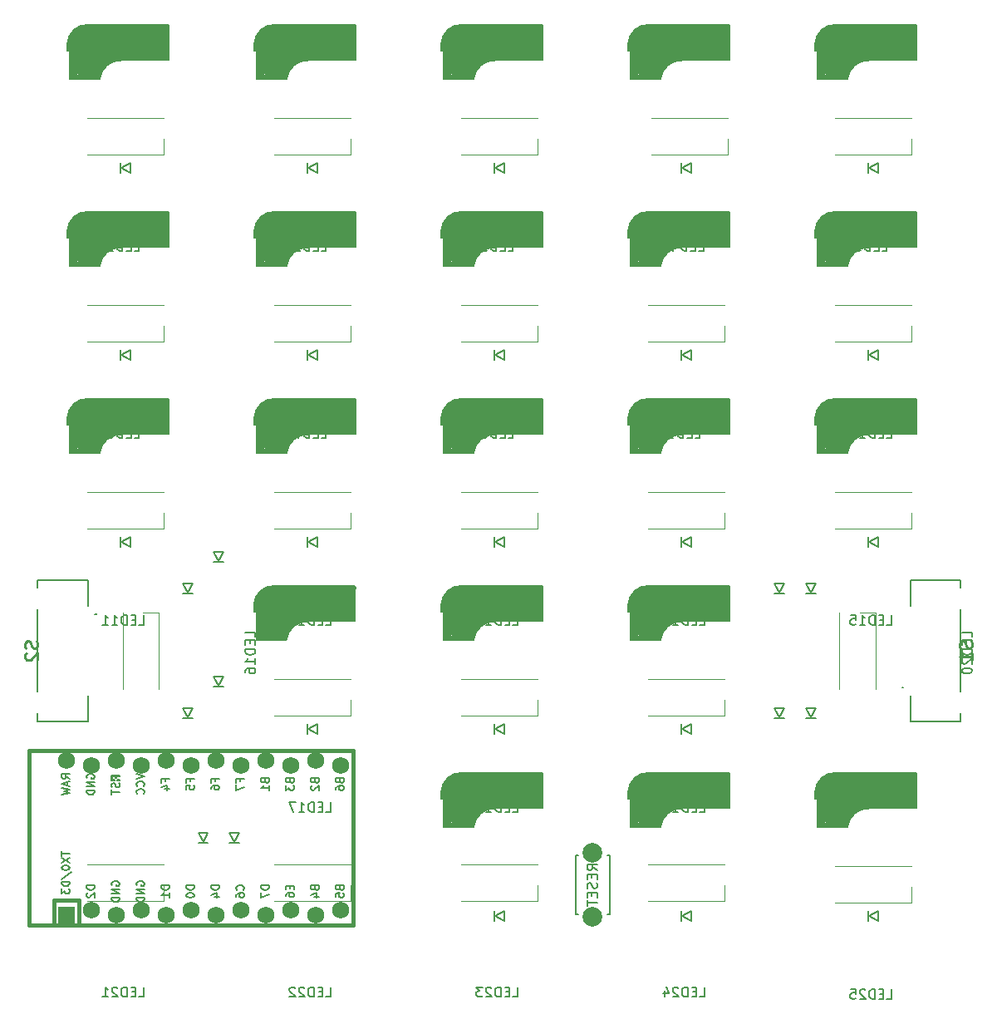
<source format=gbo>
G04 #@! TF.GenerationSoftware,KiCad,Pcbnew,(6.0.1)*
G04 #@! TF.CreationDate,2022-02-24T19:14:04+09:00*
G04 #@! TF.ProjectId,xipher_kbd,78697068-6572-45f6-9b62-642e6b696361,rev?*
G04 #@! TF.SameCoordinates,Original*
G04 #@! TF.FileFunction,Legend,Bot*
G04 #@! TF.FilePolarity,Positive*
%FSLAX46Y46*%
G04 Gerber Fmt 4.6, Leading zero omitted, Abs format (unit mm)*
G04 Created by KiCad (PCBNEW (6.0.1)) date 2022-02-24 19:14:04*
%MOMM*%
%LPD*%
G01*
G04 APERTURE LIST*
%ADD10C,0.150000*%
%ADD11C,0.254000*%
%ADD12C,0.120000*%
%ADD13C,0.200000*%
%ADD14C,0.381000*%
%ADD15C,0.400000*%
%ADD16C,0.500000*%
%ADD17C,1.000000*%
%ADD18C,3.500000*%
%ADD19C,3.000000*%
%ADD20C,0.800000*%
%ADD21C,0.300000*%
%ADD22C,1.752600*%
%ADD23R,1.752600X1.752600*%
%ADD24C,2.000000*%
G04 APERTURE END LIST*
D10*
G04 #@! TO.C,LED16*
X56102380Y-98617261D02*
X56102380Y-98141071D01*
X55102380Y-98141071D01*
X55578571Y-98950595D02*
X55578571Y-99283928D01*
X56102380Y-99426785D02*
X56102380Y-98950595D01*
X55102380Y-98950595D01*
X55102380Y-99426785D01*
X56102380Y-99855357D02*
X55102380Y-99855357D01*
X55102380Y-100093452D01*
X55150000Y-100236309D01*
X55245238Y-100331547D01*
X55340476Y-100379166D01*
X55530952Y-100426785D01*
X55673809Y-100426785D01*
X55864285Y-100379166D01*
X55959523Y-100331547D01*
X56054761Y-100236309D01*
X56102380Y-100093452D01*
X56102380Y-99855357D01*
X56102380Y-101379166D02*
X56102380Y-100807738D01*
X56102380Y-101093452D02*
X55102380Y-101093452D01*
X55245238Y-100998214D01*
X55340476Y-100902976D01*
X55388095Y-100807738D01*
X55102380Y-102236309D02*
X55102380Y-102045833D01*
X55150000Y-101950595D01*
X55197619Y-101902976D01*
X55340476Y-101807738D01*
X55530952Y-101760119D01*
X55911904Y-101760119D01*
X56007142Y-101807738D01*
X56054761Y-101855357D01*
X56102380Y-101950595D01*
X56102380Y-102141071D01*
X56054761Y-102236309D01*
X56007142Y-102283928D01*
X55911904Y-102331547D01*
X55673809Y-102331547D01*
X55578571Y-102283928D01*
X55530952Y-102236309D01*
X55483333Y-102141071D01*
X55483333Y-101950595D01*
X55530952Y-101855357D01*
X55578571Y-101807738D01*
X55673809Y-101760119D01*
D11*
G04 #@! TO.C,S1*
X129101547Y-99044880D02*
X129162023Y-99226309D01*
X129162023Y-99528690D01*
X129101547Y-99649642D01*
X129041071Y-99710119D01*
X128920119Y-99770595D01*
X128799166Y-99770595D01*
X128678214Y-99710119D01*
X128617738Y-99649642D01*
X128557261Y-99528690D01*
X128496785Y-99286785D01*
X128436309Y-99165833D01*
X128375833Y-99105357D01*
X128254880Y-99044880D01*
X128133928Y-99044880D01*
X128012976Y-99105357D01*
X127952500Y-99165833D01*
X127892023Y-99286785D01*
X127892023Y-99589166D01*
X127952500Y-99770595D01*
X129162023Y-100980119D02*
X129162023Y-100254404D01*
X129162023Y-100617261D02*
X127892023Y-100617261D01*
X128073452Y-100496309D01*
X128194404Y-100375357D01*
X128254880Y-100254404D01*
G04 #@! TO.C,S2*
X33851547Y-99044880D02*
X33912023Y-99226309D01*
X33912023Y-99528690D01*
X33851547Y-99649642D01*
X33791071Y-99710119D01*
X33670119Y-99770595D01*
X33549166Y-99770595D01*
X33428214Y-99710119D01*
X33367738Y-99649642D01*
X33307261Y-99528690D01*
X33246785Y-99286785D01*
X33186309Y-99165833D01*
X33125833Y-99105357D01*
X33004880Y-99044880D01*
X32883928Y-99044880D01*
X32762976Y-99105357D01*
X32702500Y-99165833D01*
X32642023Y-99286785D01*
X32642023Y-99589166D01*
X32702500Y-99770595D01*
X32762976Y-100254404D02*
X32702500Y-100314880D01*
X32642023Y-100435833D01*
X32642023Y-100738214D01*
X32702500Y-100859166D01*
X32762976Y-100919642D01*
X32883928Y-100980119D01*
X33004880Y-100980119D01*
X33186309Y-100919642D01*
X33912023Y-100193928D01*
X33912023Y-100980119D01*
D10*
G04 #@! TO.C,U1*
X42213809Y-113489166D02*
X42251904Y-113603452D01*
X42251904Y-113793928D01*
X42213809Y-113870119D01*
X42175714Y-113908214D01*
X42099523Y-113946309D01*
X42023333Y-113946309D01*
X41947142Y-113908214D01*
X41909047Y-113870119D01*
X41870952Y-113793928D01*
X41832857Y-113641547D01*
X41794761Y-113565357D01*
X41756666Y-113527261D01*
X41680476Y-113489166D01*
X41604285Y-113489166D01*
X41528095Y-113527261D01*
X41490000Y-113565357D01*
X41451904Y-113641547D01*
X41451904Y-113832023D01*
X41490000Y-113946309D01*
X41451904Y-114174880D02*
X41451904Y-114632023D01*
X42251904Y-114403452D02*
X41451904Y-114403452D01*
X36391904Y-120443895D02*
X36391904Y-120901038D01*
X37191904Y-120672467D02*
X36391904Y-120672467D01*
X36391904Y-121091514D02*
X37191904Y-121624848D01*
X36391904Y-121624848D02*
X37191904Y-121091514D01*
X36391904Y-122081991D02*
X36391904Y-122158181D01*
X36430000Y-122234372D01*
X36468095Y-122272467D01*
X36544285Y-122310562D01*
X36696666Y-122348657D01*
X36887142Y-122348657D01*
X37039523Y-122310562D01*
X37115714Y-122272467D01*
X37153809Y-122234372D01*
X37191904Y-122158181D01*
X37191904Y-122081991D01*
X37153809Y-122005800D01*
X37115714Y-121967705D01*
X37039523Y-121929610D01*
X36887142Y-121891514D01*
X36696666Y-121891514D01*
X36544285Y-121929610D01*
X36468095Y-121967705D01*
X36430000Y-122005800D01*
X36391904Y-122081991D01*
X36353809Y-123262943D02*
X37382380Y-122577229D01*
X37191904Y-123529610D02*
X36391904Y-123529610D01*
X36391904Y-123720086D01*
X36430000Y-123834372D01*
X36506190Y-123910562D01*
X36582380Y-123948657D01*
X36734761Y-123986752D01*
X36849047Y-123986752D01*
X37001428Y-123948657D01*
X37077619Y-123910562D01*
X37153809Y-123834372D01*
X37191904Y-123720086D01*
X37191904Y-123529610D01*
X36391904Y-124253419D02*
X36391904Y-124748657D01*
X36696666Y-124481991D01*
X36696666Y-124596276D01*
X36734761Y-124672467D01*
X36772857Y-124710562D01*
X36849047Y-124748657D01*
X37039523Y-124748657D01*
X37115714Y-124710562D01*
X37153809Y-124672467D01*
X37191904Y-124596276D01*
X37191904Y-124367705D01*
X37153809Y-124291514D01*
X37115714Y-124253419D01*
X62172857Y-113277690D02*
X62210952Y-113391976D01*
X62249047Y-113430071D01*
X62325238Y-113468166D01*
X62439523Y-113468166D01*
X62515714Y-113430071D01*
X62553809Y-113391976D01*
X62591904Y-113315785D01*
X62591904Y-113011023D01*
X61791904Y-113011023D01*
X61791904Y-113277690D01*
X61830000Y-113353880D01*
X61868095Y-113391976D01*
X61944285Y-113430071D01*
X62020476Y-113430071D01*
X62096666Y-113391976D01*
X62134761Y-113353880D01*
X62172857Y-113277690D01*
X62172857Y-113011023D01*
X61868095Y-113772928D02*
X61830000Y-113811023D01*
X61791904Y-113887214D01*
X61791904Y-114077690D01*
X61830000Y-114153880D01*
X61868095Y-114191976D01*
X61944285Y-114230071D01*
X62020476Y-114230071D01*
X62134761Y-114191976D01*
X62591904Y-113734833D01*
X62591904Y-114230071D01*
X54552857Y-113334833D02*
X54552857Y-113068166D01*
X54971904Y-113068166D02*
X54171904Y-113068166D01*
X54171904Y-113449119D01*
X54171904Y-113677690D02*
X54171904Y-114211023D01*
X54971904Y-113868166D01*
X52012857Y-113334833D02*
X52012857Y-113068166D01*
X52431904Y-113068166D02*
X51631904Y-113068166D01*
X51631904Y-113449119D01*
X51631904Y-114096738D02*
X51631904Y-113944357D01*
X51670000Y-113868166D01*
X51708095Y-113830071D01*
X51822380Y-113753880D01*
X51974761Y-113715785D01*
X52279523Y-113715785D01*
X52355714Y-113753880D01*
X52393809Y-113791976D01*
X52431904Y-113868166D01*
X52431904Y-114020547D01*
X52393809Y-114096738D01*
X52355714Y-114134833D01*
X52279523Y-114172928D01*
X52089047Y-114172928D01*
X52012857Y-114134833D01*
X51974761Y-114096738D01*
X51936666Y-114020547D01*
X51936666Y-113868166D01*
X51974761Y-113791976D01*
X52012857Y-113753880D01*
X52089047Y-113715785D01*
X49472857Y-113334833D02*
X49472857Y-113068166D01*
X49891904Y-113068166D02*
X49091904Y-113068166D01*
X49091904Y-113449119D01*
X49091904Y-114134833D02*
X49091904Y-113753880D01*
X49472857Y-113715785D01*
X49434761Y-113753880D01*
X49396666Y-113830071D01*
X49396666Y-114020547D01*
X49434761Y-114096738D01*
X49472857Y-114134833D01*
X49549047Y-114172928D01*
X49739523Y-114172928D01*
X49815714Y-114134833D01*
X49853809Y-114096738D01*
X49891904Y-114020547D01*
X49891904Y-113830071D01*
X49853809Y-113753880D01*
X49815714Y-113715785D01*
X37191904Y-113049119D02*
X36810952Y-112782452D01*
X37191904Y-112591976D02*
X36391904Y-112591976D01*
X36391904Y-112896738D01*
X36430000Y-112972928D01*
X36468095Y-113011023D01*
X36544285Y-113049119D01*
X36658571Y-113049119D01*
X36734761Y-113011023D01*
X36772857Y-112972928D01*
X36810952Y-112896738D01*
X36810952Y-112591976D01*
X36963333Y-113353880D02*
X36963333Y-113734833D01*
X37191904Y-113277690D02*
X36391904Y-113544357D01*
X37191904Y-113811023D01*
X36391904Y-114001500D02*
X37191904Y-114191976D01*
X36620476Y-114344357D01*
X37191904Y-114496738D01*
X36391904Y-114687214D01*
X38970000Y-112991976D02*
X38931904Y-112915785D01*
X38931904Y-112801500D01*
X38970000Y-112687214D01*
X39046190Y-112611023D01*
X39122380Y-112572928D01*
X39274761Y-112534833D01*
X39389047Y-112534833D01*
X39541428Y-112572928D01*
X39617619Y-112611023D01*
X39693809Y-112687214D01*
X39731904Y-112801500D01*
X39731904Y-112877690D01*
X39693809Y-112991976D01*
X39655714Y-113030071D01*
X39389047Y-113030071D01*
X39389047Y-112877690D01*
X39731904Y-113372928D02*
X38931904Y-113372928D01*
X39731904Y-113830071D01*
X38931904Y-113830071D01*
X39731904Y-114211023D02*
X38931904Y-114211023D01*
X38931904Y-114401500D01*
X38970000Y-114515785D01*
X39046190Y-114591976D01*
X39122380Y-114630071D01*
X39274761Y-114668166D01*
X39389047Y-114668166D01*
X39541428Y-114630071D01*
X39617619Y-114591976D01*
X39693809Y-114515785D01*
X39731904Y-114401500D01*
X39731904Y-114211023D01*
X44011904Y-112534833D02*
X44811904Y-112801500D01*
X44011904Y-113068166D01*
X44735714Y-113791976D02*
X44773809Y-113753880D01*
X44811904Y-113639595D01*
X44811904Y-113563404D01*
X44773809Y-113449119D01*
X44697619Y-113372928D01*
X44621428Y-113334833D01*
X44469047Y-113296738D01*
X44354761Y-113296738D01*
X44202380Y-113334833D01*
X44126190Y-113372928D01*
X44050000Y-113449119D01*
X44011904Y-113563404D01*
X44011904Y-113639595D01*
X44050000Y-113753880D01*
X44088095Y-113791976D01*
X44735714Y-114591976D02*
X44773809Y-114553880D01*
X44811904Y-114439595D01*
X44811904Y-114363404D01*
X44773809Y-114249119D01*
X44697619Y-114172928D01*
X44621428Y-114134833D01*
X44469047Y-114096738D01*
X44354761Y-114096738D01*
X44202380Y-114134833D01*
X44126190Y-114172928D01*
X44050000Y-114249119D01*
X44011904Y-114363404D01*
X44011904Y-114439595D01*
X44050000Y-114553880D01*
X44088095Y-114591976D01*
X46932857Y-113334833D02*
X46932857Y-113068166D01*
X47351904Y-113068166D02*
X46551904Y-113068166D01*
X46551904Y-113449119D01*
X46818571Y-114096738D02*
X47351904Y-114096738D01*
X46513809Y-113906261D02*
X47085238Y-113715785D01*
X47085238Y-114211023D01*
X57092857Y-113277690D02*
X57130952Y-113391976D01*
X57169047Y-113430071D01*
X57245238Y-113468166D01*
X57359523Y-113468166D01*
X57435714Y-113430071D01*
X57473809Y-113391976D01*
X57511904Y-113315785D01*
X57511904Y-113011023D01*
X56711904Y-113011023D01*
X56711904Y-113277690D01*
X56750000Y-113353880D01*
X56788095Y-113391976D01*
X56864285Y-113430071D01*
X56940476Y-113430071D01*
X57016666Y-113391976D01*
X57054761Y-113353880D01*
X57092857Y-113277690D01*
X57092857Y-113011023D01*
X57511904Y-114230071D02*
X57511904Y-113772928D01*
X57511904Y-114001500D02*
X56711904Y-114001500D01*
X56826190Y-113925309D01*
X56902380Y-113849119D01*
X56940476Y-113772928D01*
X59632857Y-113277690D02*
X59670952Y-113391976D01*
X59709047Y-113430071D01*
X59785238Y-113468166D01*
X59899523Y-113468166D01*
X59975714Y-113430071D01*
X60013809Y-113391976D01*
X60051904Y-113315785D01*
X60051904Y-113011023D01*
X59251904Y-113011023D01*
X59251904Y-113277690D01*
X59290000Y-113353880D01*
X59328095Y-113391976D01*
X59404285Y-113430071D01*
X59480476Y-113430071D01*
X59556666Y-113391976D01*
X59594761Y-113353880D01*
X59632857Y-113277690D01*
X59632857Y-113011023D01*
X59251904Y-113734833D02*
X59251904Y-114230071D01*
X59556666Y-113963404D01*
X59556666Y-114077690D01*
X59594761Y-114153880D01*
X59632857Y-114191976D01*
X59709047Y-114230071D01*
X59899523Y-114230071D01*
X59975714Y-114191976D01*
X60013809Y-114153880D01*
X60051904Y-114077690D01*
X60051904Y-113849119D01*
X60013809Y-113772928D01*
X59975714Y-113734833D01*
X64712857Y-113277690D02*
X64750952Y-113391976D01*
X64789047Y-113430071D01*
X64865238Y-113468166D01*
X64979523Y-113468166D01*
X65055714Y-113430071D01*
X65093809Y-113391976D01*
X65131904Y-113315785D01*
X65131904Y-113011023D01*
X64331904Y-113011023D01*
X64331904Y-113277690D01*
X64370000Y-113353880D01*
X64408095Y-113391976D01*
X64484285Y-113430071D01*
X64560476Y-113430071D01*
X64636666Y-113391976D01*
X64674761Y-113353880D01*
X64712857Y-113277690D01*
X64712857Y-113011023D01*
X64331904Y-114153880D02*
X64331904Y-114001500D01*
X64370000Y-113925309D01*
X64408095Y-113887214D01*
X64522380Y-113811023D01*
X64674761Y-113772928D01*
X64979523Y-113772928D01*
X65055714Y-113811023D01*
X65093809Y-113849119D01*
X65131904Y-113925309D01*
X65131904Y-114077690D01*
X65093809Y-114153880D01*
X65055714Y-114191976D01*
X64979523Y-114230071D01*
X64789047Y-114230071D01*
X64712857Y-114191976D01*
X64674761Y-114153880D01*
X64636666Y-114077690D01*
X64636666Y-113925309D01*
X64674761Y-113849119D01*
X64712857Y-113811023D01*
X64789047Y-113772928D01*
X64712857Y-124199690D02*
X64750952Y-124313976D01*
X64789047Y-124352071D01*
X64865238Y-124390166D01*
X64979523Y-124390166D01*
X65055714Y-124352071D01*
X65093809Y-124313976D01*
X65131904Y-124237785D01*
X65131904Y-123933023D01*
X64331904Y-123933023D01*
X64331904Y-124199690D01*
X64370000Y-124275880D01*
X64408095Y-124313976D01*
X64484285Y-124352071D01*
X64560476Y-124352071D01*
X64636666Y-124313976D01*
X64674761Y-124275880D01*
X64712857Y-124199690D01*
X64712857Y-123933023D01*
X64331904Y-125113976D02*
X64331904Y-124733023D01*
X64712857Y-124694928D01*
X64674761Y-124733023D01*
X64636666Y-124809214D01*
X64636666Y-124999690D01*
X64674761Y-125075880D01*
X64712857Y-125113976D01*
X64789047Y-125152071D01*
X64979523Y-125152071D01*
X65055714Y-125113976D01*
X65093809Y-125075880D01*
X65131904Y-124999690D01*
X65131904Y-124809214D01*
X65093809Y-124733023D01*
X65055714Y-124694928D01*
X62172857Y-124199690D02*
X62210952Y-124313976D01*
X62249047Y-124352071D01*
X62325238Y-124390166D01*
X62439523Y-124390166D01*
X62515714Y-124352071D01*
X62553809Y-124313976D01*
X62591904Y-124237785D01*
X62591904Y-123933023D01*
X61791904Y-123933023D01*
X61791904Y-124199690D01*
X61830000Y-124275880D01*
X61868095Y-124313976D01*
X61944285Y-124352071D01*
X62020476Y-124352071D01*
X62096666Y-124313976D01*
X62134761Y-124275880D01*
X62172857Y-124199690D01*
X62172857Y-123933023D01*
X62058571Y-125075880D02*
X62591904Y-125075880D01*
X61753809Y-124885404D02*
X62325238Y-124694928D01*
X62325238Y-125190166D01*
X59632857Y-123971119D02*
X59632857Y-124237785D01*
X60051904Y-124352071D02*
X60051904Y-123971119D01*
X59251904Y-123971119D01*
X59251904Y-124352071D01*
X59251904Y-125037785D02*
X59251904Y-124885404D01*
X59290000Y-124809214D01*
X59328095Y-124771119D01*
X59442380Y-124694928D01*
X59594761Y-124656833D01*
X59899523Y-124656833D01*
X59975714Y-124694928D01*
X60013809Y-124733023D01*
X60051904Y-124809214D01*
X60051904Y-124961595D01*
X60013809Y-125037785D01*
X59975714Y-125075880D01*
X59899523Y-125113976D01*
X59709047Y-125113976D01*
X59632857Y-125075880D01*
X59594761Y-125037785D01*
X59556666Y-124961595D01*
X59556666Y-124809214D01*
X59594761Y-124733023D01*
X59632857Y-124694928D01*
X59709047Y-124656833D01*
X57511904Y-123933023D02*
X56711904Y-123933023D01*
X56711904Y-124123500D01*
X56750000Y-124237785D01*
X56826190Y-124313976D01*
X56902380Y-124352071D01*
X57054761Y-124390166D01*
X57169047Y-124390166D01*
X57321428Y-124352071D01*
X57397619Y-124313976D01*
X57473809Y-124237785D01*
X57511904Y-124123500D01*
X57511904Y-123933023D01*
X56711904Y-124656833D02*
X56711904Y-125190166D01*
X57511904Y-124847309D01*
X54895714Y-124390166D02*
X54933809Y-124352071D01*
X54971904Y-124237785D01*
X54971904Y-124161595D01*
X54933809Y-124047309D01*
X54857619Y-123971119D01*
X54781428Y-123933023D01*
X54629047Y-123894928D01*
X54514761Y-123894928D01*
X54362380Y-123933023D01*
X54286190Y-123971119D01*
X54210000Y-124047309D01*
X54171904Y-124161595D01*
X54171904Y-124237785D01*
X54210000Y-124352071D01*
X54248095Y-124390166D01*
X54171904Y-125075880D02*
X54171904Y-124923500D01*
X54210000Y-124847309D01*
X54248095Y-124809214D01*
X54362380Y-124733023D01*
X54514761Y-124694928D01*
X54819523Y-124694928D01*
X54895714Y-124733023D01*
X54933809Y-124771119D01*
X54971904Y-124847309D01*
X54971904Y-124999690D01*
X54933809Y-125075880D01*
X54895714Y-125113976D01*
X54819523Y-125152071D01*
X54629047Y-125152071D01*
X54552857Y-125113976D01*
X54514761Y-125075880D01*
X54476666Y-124999690D01*
X54476666Y-124847309D01*
X54514761Y-124771119D01*
X54552857Y-124733023D01*
X54629047Y-124694928D01*
X52431904Y-123933023D02*
X51631904Y-123933023D01*
X51631904Y-124123500D01*
X51670000Y-124237785D01*
X51746190Y-124313976D01*
X51822380Y-124352071D01*
X51974761Y-124390166D01*
X52089047Y-124390166D01*
X52241428Y-124352071D01*
X52317619Y-124313976D01*
X52393809Y-124237785D01*
X52431904Y-124123500D01*
X52431904Y-123933023D01*
X51898571Y-125075880D02*
X52431904Y-125075880D01*
X51593809Y-124885404D02*
X52165238Y-124694928D01*
X52165238Y-125190166D01*
X41510000Y-123913976D02*
X41471904Y-123837785D01*
X41471904Y-123723500D01*
X41510000Y-123609214D01*
X41586190Y-123533023D01*
X41662380Y-123494928D01*
X41814761Y-123456833D01*
X41929047Y-123456833D01*
X42081428Y-123494928D01*
X42157619Y-123533023D01*
X42233809Y-123609214D01*
X42271904Y-123723500D01*
X42271904Y-123799690D01*
X42233809Y-123913976D01*
X42195714Y-123952071D01*
X41929047Y-123952071D01*
X41929047Y-123799690D01*
X42271904Y-124294928D02*
X41471904Y-124294928D01*
X42271904Y-124752071D01*
X41471904Y-124752071D01*
X42271904Y-125133023D02*
X41471904Y-125133023D01*
X41471904Y-125323500D01*
X41510000Y-125437785D01*
X41586190Y-125513976D01*
X41662380Y-125552071D01*
X41814761Y-125590166D01*
X41929047Y-125590166D01*
X42081428Y-125552071D01*
X42157619Y-125513976D01*
X42233809Y-125437785D01*
X42271904Y-125323500D01*
X42271904Y-125133023D01*
X44050000Y-123913976D02*
X44011904Y-123837785D01*
X44011904Y-123723500D01*
X44050000Y-123609214D01*
X44126190Y-123533023D01*
X44202380Y-123494928D01*
X44354761Y-123456833D01*
X44469047Y-123456833D01*
X44621428Y-123494928D01*
X44697619Y-123533023D01*
X44773809Y-123609214D01*
X44811904Y-123723500D01*
X44811904Y-123799690D01*
X44773809Y-123913976D01*
X44735714Y-123952071D01*
X44469047Y-123952071D01*
X44469047Y-123799690D01*
X44811904Y-124294928D02*
X44011904Y-124294928D01*
X44811904Y-124752071D01*
X44011904Y-124752071D01*
X44811904Y-125133023D02*
X44011904Y-125133023D01*
X44011904Y-125323500D01*
X44050000Y-125437785D01*
X44126190Y-125513976D01*
X44202380Y-125552071D01*
X44354761Y-125590166D01*
X44469047Y-125590166D01*
X44621428Y-125552071D01*
X44697619Y-125513976D01*
X44773809Y-125437785D01*
X44811904Y-125323500D01*
X44811904Y-125133023D01*
X47351904Y-123933023D02*
X46551904Y-123933023D01*
X46551904Y-124123500D01*
X46590000Y-124237785D01*
X46666190Y-124313976D01*
X46742380Y-124352071D01*
X46894761Y-124390166D01*
X47009047Y-124390166D01*
X47161428Y-124352071D01*
X47237619Y-124313976D01*
X47313809Y-124237785D01*
X47351904Y-124123500D01*
X47351904Y-123933023D01*
X47351904Y-125152071D02*
X47351904Y-124694928D01*
X47351904Y-124923500D02*
X46551904Y-124923500D01*
X46666190Y-124847309D01*
X46742380Y-124771119D01*
X46780476Y-124694928D01*
X49891904Y-123933023D02*
X49091904Y-123933023D01*
X49091904Y-124123500D01*
X49130000Y-124237785D01*
X49206190Y-124313976D01*
X49282380Y-124352071D01*
X49434761Y-124390166D01*
X49549047Y-124390166D01*
X49701428Y-124352071D01*
X49777619Y-124313976D01*
X49853809Y-124237785D01*
X49891904Y-124123500D01*
X49891904Y-123933023D01*
X49091904Y-124885404D02*
X49091904Y-124961595D01*
X49130000Y-125037785D01*
X49168095Y-125075880D01*
X49244285Y-125113976D01*
X49396666Y-125152071D01*
X49587142Y-125152071D01*
X49739523Y-125113976D01*
X49815714Y-125075880D01*
X49853809Y-125037785D01*
X49891904Y-124961595D01*
X49891904Y-124885404D01*
X49853809Y-124809214D01*
X49815714Y-124771119D01*
X49739523Y-124733023D01*
X49587142Y-124694928D01*
X49396666Y-124694928D01*
X49244285Y-124733023D01*
X49168095Y-124771119D01*
X49130000Y-124809214D01*
X49091904Y-124885404D01*
X39731904Y-123933023D02*
X38931904Y-123933023D01*
X38931904Y-124123500D01*
X38970000Y-124237785D01*
X39046190Y-124313976D01*
X39122380Y-124352071D01*
X39274761Y-124390166D01*
X39389047Y-124390166D01*
X39541428Y-124352071D01*
X39617619Y-124313976D01*
X39693809Y-124237785D01*
X39731904Y-124123500D01*
X39731904Y-123933023D01*
X39008095Y-124694928D02*
X38970000Y-124733023D01*
X38931904Y-124809214D01*
X38931904Y-124999690D01*
X38970000Y-125075880D01*
X39008095Y-125113976D01*
X39084285Y-125152071D01*
X39160476Y-125152071D01*
X39274761Y-125113976D01*
X39731904Y-124656833D01*
X39731904Y-125152071D01*
G04 #@! TO.C,SW1*
X90939880Y-122372619D02*
X90463690Y-122039285D01*
X90939880Y-121801190D02*
X89939880Y-121801190D01*
X89939880Y-122182142D01*
X89987500Y-122277380D01*
X90035119Y-122325000D01*
X90130357Y-122372619D01*
X90273214Y-122372619D01*
X90368452Y-122325000D01*
X90416071Y-122277380D01*
X90463690Y-122182142D01*
X90463690Y-121801190D01*
X90416071Y-122801190D02*
X90416071Y-123134523D01*
X90939880Y-123277380D02*
X90939880Y-122801190D01*
X89939880Y-122801190D01*
X89939880Y-123277380D01*
X90892261Y-123658333D02*
X90939880Y-123801190D01*
X90939880Y-124039285D01*
X90892261Y-124134523D01*
X90844642Y-124182142D01*
X90749404Y-124229761D01*
X90654166Y-124229761D01*
X90558928Y-124182142D01*
X90511309Y-124134523D01*
X90463690Y-124039285D01*
X90416071Y-123848809D01*
X90368452Y-123753571D01*
X90320833Y-123705952D01*
X90225595Y-123658333D01*
X90130357Y-123658333D01*
X90035119Y-123705952D01*
X89987500Y-123753571D01*
X89939880Y-123848809D01*
X89939880Y-124086904D01*
X89987500Y-124229761D01*
X90416071Y-124658333D02*
X90416071Y-124991666D01*
X90939880Y-125134523D02*
X90939880Y-124658333D01*
X89939880Y-124658333D01*
X89939880Y-125134523D01*
X89939880Y-125420238D02*
X89939880Y-125991666D01*
X90939880Y-125705952D02*
X89939880Y-125705952D01*
G04 #@! TO.C,LED25*
X120457738Y-135477380D02*
X120933928Y-135477380D01*
X120933928Y-134477380D01*
X120124404Y-134953571D02*
X119791071Y-134953571D01*
X119648214Y-135477380D02*
X120124404Y-135477380D01*
X120124404Y-134477380D01*
X119648214Y-134477380D01*
X119219642Y-135477380D02*
X119219642Y-134477380D01*
X118981547Y-134477380D01*
X118838690Y-134525000D01*
X118743452Y-134620238D01*
X118695833Y-134715476D01*
X118648214Y-134905952D01*
X118648214Y-135048809D01*
X118695833Y-135239285D01*
X118743452Y-135334523D01*
X118838690Y-135429761D01*
X118981547Y-135477380D01*
X119219642Y-135477380D01*
X118267261Y-134572619D02*
X118219642Y-134525000D01*
X118124404Y-134477380D01*
X117886309Y-134477380D01*
X117791071Y-134525000D01*
X117743452Y-134572619D01*
X117695833Y-134667857D01*
X117695833Y-134763095D01*
X117743452Y-134905952D01*
X118314880Y-135477380D01*
X117695833Y-135477380D01*
X116791071Y-134477380D02*
X117267261Y-134477380D01*
X117314880Y-134953571D01*
X117267261Y-134905952D01*
X117172023Y-134858333D01*
X116933928Y-134858333D01*
X116838690Y-134905952D01*
X116791071Y-134953571D01*
X116743452Y-135048809D01*
X116743452Y-135286904D01*
X116791071Y-135382142D01*
X116838690Y-135429761D01*
X116933928Y-135477380D01*
X117172023Y-135477380D01*
X117267261Y-135429761D01*
X117314880Y-135382142D01*
G04 #@! TO.C,LED24*
X101407738Y-135277380D02*
X101883928Y-135277380D01*
X101883928Y-134277380D01*
X101074404Y-134753571D02*
X100741071Y-134753571D01*
X100598214Y-135277380D02*
X101074404Y-135277380D01*
X101074404Y-134277380D01*
X100598214Y-134277380D01*
X100169642Y-135277380D02*
X100169642Y-134277380D01*
X99931547Y-134277380D01*
X99788690Y-134325000D01*
X99693452Y-134420238D01*
X99645833Y-134515476D01*
X99598214Y-134705952D01*
X99598214Y-134848809D01*
X99645833Y-135039285D01*
X99693452Y-135134523D01*
X99788690Y-135229761D01*
X99931547Y-135277380D01*
X100169642Y-135277380D01*
X99217261Y-134372619D02*
X99169642Y-134325000D01*
X99074404Y-134277380D01*
X98836309Y-134277380D01*
X98741071Y-134325000D01*
X98693452Y-134372619D01*
X98645833Y-134467857D01*
X98645833Y-134563095D01*
X98693452Y-134705952D01*
X99264880Y-135277380D01*
X98645833Y-135277380D01*
X97788690Y-134610714D02*
X97788690Y-135277380D01*
X98026785Y-134229761D02*
X98264880Y-134944047D01*
X97645833Y-134944047D01*
G04 #@! TO.C,LED23*
X82357738Y-135277380D02*
X82833928Y-135277380D01*
X82833928Y-134277380D01*
X82024404Y-134753571D02*
X81691071Y-134753571D01*
X81548214Y-135277380D02*
X82024404Y-135277380D01*
X82024404Y-134277380D01*
X81548214Y-134277380D01*
X81119642Y-135277380D02*
X81119642Y-134277380D01*
X80881547Y-134277380D01*
X80738690Y-134325000D01*
X80643452Y-134420238D01*
X80595833Y-134515476D01*
X80548214Y-134705952D01*
X80548214Y-134848809D01*
X80595833Y-135039285D01*
X80643452Y-135134523D01*
X80738690Y-135229761D01*
X80881547Y-135277380D01*
X81119642Y-135277380D01*
X80167261Y-134372619D02*
X80119642Y-134325000D01*
X80024404Y-134277380D01*
X79786309Y-134277380D01*
X79691071Y-134325000D01*
X79643452Y-134372619D01*
X79595833Y-134467857D01*
X79595833Y-134563095D01*
X79643452Y-134705952D01*
X80214880Y-135277380D01*
X79595833Y-135277380D01*
X79262500Y-134277380D02*
X78643452Y-134277380D01*
X78976785Y-134658333D01*
X78833928Y-134658333D01*
X78738690Y-134705952D01*
X78691071Y-134753571D01*
X78643452Y-134848809D01*
X78643452Y-135086904D01*
X78691071Y-135182142D01*
X78738690Y-135229761D01*
X78833928Y-135277380D01*
X79119642Y-135277380D01*
X79214880Y-135229761D01*
X79262500Y-135182142D01*
G04 #@! TO.C,LED22*
X63307738Y-135277380D02*
X63783928Y-135277380D01*
X63783928Y-134277380D01*
X62974404Y-134753571D02*
X62641071Y-134753571D01*
X62498214Y-135277380D02*
X62974404Y-135277380D01*
X62974404Y-134277380D01*
X62498214Y-134277380D01*
X62069642Y-135277380D02*
X62069642Y-134277380D01*
X61831547Y-134277380D01*
X61688690Y-134325000D01*
X61593452Y-134420238D01*
X61545833Y-134515476D01*
X61498214Y-134705952D01*
X61498214Y-134848809D01*
X61545833Y-135039285D01*
X61593452Y-135134523D01*
X61688690Y-135229761D01*
X61831547Y-135277380D01*
X62069642Y-135277380D01*
X61117261Y-134372619D02*
X61069642Y-134325000D01*
X60974404Y-134277380D01*
X60736309Y-134277380D01*
X60641071Y-134325000D01*
X60593452Y-134372619D01*
X60545833Y-134467857D01*
X60545833Y-134563095D01*
X60593452Y-134705952D01*
X61164880Y-135277380D01*
X60545833Y-135277380D01*
X60164880Y-134372619D02*
X60117261Y-134325000D01*
X60022023Y-134277380D01*
X59783928Y-134277380D01*
X59688690Y-134325000D01*
X59641071Y-134372619D01*
X59593452Y-134467857D01*
X59593452Y-134563095D01*
X59641071Y-134705952D01*
X60212500Y-135277380D01*
X59593452Y-135277380D01*
G04 #@! TO.C,LED21*
X44257738Y-135277380D02*
X44733928Y-135277380D01*
X44733928Y-134277380D01*
X43924404Y-134753571D02*
X43591071Y-134753571D01*
X43448214Y-135277380D02*
X43924404Y-135277380D01*
X43924404Y-134277380D01*
X43448214Y-134277380D01*
X43019642Y-135277380D02*
X43019642Y-134277380D01*
X42781547Y-134277380D01*
X42638690Y-134325000D01*
X42543452Y-134420238D01*
X42495833Y-134515476D01*
X42448214Y-134705952D01*
X42448214Y-134848809D01*
X42495833Y-135039285D01*
X42543452Y-135134523D01*
X42638690Y-135229761D01*
X42781547Y-135277380D01*
X43019642Y-135277380D01*
X42067261Y-134372619D02*
X42019642Y-134325000D01*
X41924404Y-134277380D01*
X41686309Y-134277380D01*
X41591071Y-134325000D01*
X41543452Y-134372619D01*
X41495833Y-134467857D01*
X41495833Y-134563095D01*
X41543452Y-134705952D01*
X42114880Y-135277380D01*
X41495833Y-135277380D01*
X40543452Y-135277380D02*
X41114880Y-135277380D01*
X40829166Y-135277380D02*
X40829166Y-134277380D01*
X40924404Y-134420238D01*
X41019642Y-134515476D01*
X41114880Y-134563095D01*
G04 #@! TO.C,LED20*
X129127380Y-98617261D02*
X129127380Y-98141071D01*
X128127380Y-98141071D01*
X128603571Y-98950595D02*
X128603571Y-99283928D01*
X129127380Y-99426785D02*
X129127380Y-98950595D01*
X128127380Y-98950595D01*
X128127380Y-99426785D01*
X129127380Y-99855357D02*
X128127380Y-99855357D01*
X128127380Y-100093452D01*
X128175000Y-100236309D01*
X128270238Y-100331547D01*
X128365476Y-100379166D01*
X128555952Y-100426785D01*
X128698809Y-100426785D01*
X128889285Y-100379166D01*
X128984523Y-100331547D01*
X129079761Y-100236309D01*
X129127380Y-100093452D01*
X129127380Y-99855357D01*
X128222619Y-100807738D02*
X128175000Y-100855357D01*
X128127380Y-100950595D01*
X128127380Y-101188690D01*
X128175000Y-101283928D01*
X128222619Y-101331547D01*
X128317857Y-101379166D01*
X128413095Y-101379166D01*
X128555952Y-101331547D01*
X129127380Y-100760119D01*
X129127380Y-101379166D01*
X128127380Y-101998214D02*
X128127380Y-102093452D01*
X128175000Y-102188690D01*
X128222619Y-102236309D01*
X128317857Y-102283928D01*
X128508333Y-102331547D01*
X128746428Y-102331547D01*
X128936904Y-102283928D01*
X129032142Y-102236309D01*
X129079761Y-102188690D01*
X129127380Y-102093452D01*
X129127380Y-101998214D01*
X129079761Y-101902976D01*
X129032142Y-101855357D01*
X128936904Y-101807738D01*
X128746428Y-101760119D01*
X128508333Y-101760119D01*
X128317857Y-101807738D01*
X128222619Y-101855357D01*
X128175000Y-101902976D01*
X128127380Y-101998214D01*
G04 #@! TO.C,LED19*
X101407738Y-116427380D02*
X101883928Y-116427380D01*
X101883928Y-115427380D01*
X101074404Y-115903571D02*
X100741071Y-115903571D01*
X100598214Y-116427380D02*
X101074404Y-116427380D01*
X101074404Y-115427380D01*
X100598214Y-115427380D01*
X100169642Y-116427380D02*
X100169642Y-115427380D01*
X99931547Y-115427380D01*
X99788690Y-115475000D01*
X99693452Y-115570238D01*
X99645833Y-115665476D01*
X99598214Y-115855952D01*
X99598214Y-115998809D01*
X99645833Y-116189285D01*
X99693452Y-116284523D01*
X99788690Y-116379761D01*
X99931547Y-116427380D01*
X100169642Y-116427380D01*
X98645833Y-116427380D02*
X99217261Y-116427380D01*
X98931547Y-116427380D02*
X98931547Y-115427380D01*
X99026785Y-115570238D01*
X99122023Y-115665476D01*
X99217261Y-115713095D01*
X98169642Y-116427380D02*
X97979166Y-116427380D01*
X97883928Y-116379761D01*
X97836309Y-116332142D01*
X97741071Y-116189285D01*
X97693452Y-115998809D01*
X97693452Y-115617857D01*
X97741071Y-115522619D01*
X97788690Y-115475000D01*
X97883928Y-115427380D01*
X98074404Y-115427380D01*
X98169642Y-115475000D01*
X98217261Y-115522619D01*
X98264880Y-115617857D01*
X98264880Y-115855952D01*
X98217261Y-115951190D01*
X98169642Y-115998809D01*
X98074404Y-116046428D01*
X97883928Y-116046428D01*
X97788690Y-115998809D01*
X97741071Y-115951190D01*
X97693452Y-115855952D01*
G04 #@! TO.C,LED18*
X82357738Y-116427380D02*
X82833928Y-116427380D01*
X82833928Y-115427380D01*
X82024404Y-115903571D02*
X81691071Y-115903571D01*
X81548214Y-116427380D02*
X82024404Y-116427380D01*
X82024404Y-115427380D01*
X81548214Y-115427380D01*
X81119642Y-116427380D02*
X81119642Y-115427380D01*
X80881547Y-115427380D01*
X80738690Y-115475000D01*
X80643452Y-115570238D01*
X80595833Y-115665476D01*
X80548214Y-115855952D01*
X80548214Y-115998809D01*
X80595833Y-116189285D01*
X80643452Y-116284523D01*
X80738690Y-116379761D01*
X80881547Y-116427380D01*
X81119642Y-116427380D01*
X79595833Y-116427380D02*
X80167261Y-116427380D01*
X79881547Y-116427380D02*
X79881547Y-115427380D01*
X79976785Y-115570238D01*
X80072023Y-115665476D01*
X80167261Y-115713095D01*
X79024404Y-115855952D02*
X79119642Y-115808333D01*
X79167261Y-115760714D01*
X79214880Y-115665476D01*
X79214880Y-115617857D01*
X79167261Y-115522619D01*
X79119642Y-115475000D01*
X79024404Y-115427380D01*
X78833928Y-115427380D01*
X78738690Y-115475000D01*
X78691071Y-115522619D01*
X78643452Y-115617857D01*
X78643452Y-115665476D01*
X78691071Y-115760714D01*
X78738690Y-115808333D01*
X78833928Y-115855952D01*
X79024404Y-115855952D01*
X79119642Y-115903571D01*
X79167261Y-115951190D01*
X79214880Y-116046428D01*
X79214880Y-116236904D01*
X79167261Y-116332142D01*
X79119642Y-116379761D01*
X79024404Y-116427380D01*
X78833928Y-116427380D01*
X78738690Y-116379761D01*
X78691071Y-116332142D01*
X78643452Y-116236904D01*
X78643452Y-116046428D01*
X78691071Y-115951190D01*
X78738690Y-115903571D01*
X78833928Y-115855952D01*
G04 #@! TO.C,LED17*
X63307738Y-116427380D02*
X63783928Y-116427380D01*
X63783928Y-115427380D01*
X62974404Y-115903571D02*
X62641071Y-115903571D01*
X62498214Y-116427380D02*
X62974404Y-116427380D01*
X62974404Y-115427380D01*
X62498214Y-115427380D01*
X62069642Y-116427380D02*
X62069642Y-115427380D01*
X61831547Y-115427380D01*
X61688690Y-115475000D01*
X61593452Y-115570238D01*
X61545833Y-115665476D01*
X61498214Y-115855952D01*
X61498214Y-115998809D01*
X61545833Y-116189285D01*
X61593452Y-116284523D01*
X61688690Y-116379761D01*
X61831547Y-116427380D01*
X62069642Y-116427380D01*
X60545833Y-116427380D02*
X61117261Y-116427380D01*
X60831547Y-116427380D02*
X60831547Y-115427380D01*
X60926785Y-115570238D01*
X61022023Y-115665476D01*
X61117261Y-115713095D01*
X60212500Y-115427380D02*
X59545833Y-115427380D01*
X59974404Y-116427380D01*
G04 #@! TO.C,LED15*
X120457738Y-97377380D02*
X120933928Y-97377380D01*
X120933928Y-96377380D01*
X120124404Y-96853571D02*
X119791071Y-96853571D01*
X119648214Y-97377380D02*
X120124404Y-97377380D01*
X120124404Y-96377380D01*
X119648214Y-96377380D01*
X119219642Y-97377380D02*
X119219642Y-96377380D01*
X118981547Y-96377380D01*
X118838690Y-96425000D01*
X118743452Y-96520238D01*
X118695833Y-96615476D01*
X118648214Y-96805952D01*
X118648214Y-96948809D01*
X118695833Y-97139285D01*
X118743452Y-97234523D01*
X118838690Y-97329761D01*
X118981547Y-97377380D01*
X119219642Y-97377380D01*
X117695833Y-97377380D02*
X118267261Y-97377380D01*
X117981547Y-97377380D02*
X117981547Y-96377380D01*
X118076785Y-96520238D01*
X118172023Y-96615476D01*
X118267261Y-96663095D01*
X116791071Y-96377380D02*
X117267261Y-96377380D01*
X117314880Y-96853571D01*
X117267261Y-96805952D01*
X117172023Y-96758333D01*
X116933928Y-96758333D01*
X116838690Y-96805952D01*
X116791071Y-96853571D01*
X116743452Y-96948809D01*
X116743452Y-97186904D01*
X116791071Y-97282142D01*
X116838690Y-97329761D01*
X116933928Y-97377380D01*
X117172023Y-97377380D01*
X117267261Y-97329761D01*
X117314880Y-97282142D01*
G04 #@! TO.C,LED14*
X101407738Y-97377380D02*
X101883928Y-97377380D01*
X101883928Y-96377380D01*
X101074404Y-96853571D02*
X100741071Y-96853571D01*
X100598214Y-97377380D02*
X101074404Y-97377380D01*
X101074404Y-96377380D01*
X100598214Y-96377380D01*
X100169642Y-97377380D02*
X100169642Y-96377380D01*
X99931547Y-96377380D01*
X99788690Y-96425000D01*
X99693452Y-96520238D01*
X99645833Y-96615476D01*
X99598214Y-96805952D01*
X99598214Y-96948809D01*
X99645833Y-97139285D01*
X99693452Y-97234523D01*
X99788690Y-97329761D01*
X99931547Y-97377380D01*
X100169642Y-97377380D01*
X98645833Y-97377380D02*
X99217261Y-97377380D01*
X98931547Y-97377380D02*
X98931547Y-96377380D01*
X99026785Y-96520238D01*
X99122023Y-96615476D01*
X99217261Y-96663095D01*
X97788690Y-96710714D02*
X97788690Y-97377380D01*
X98026785Y-96329761D02*
X98264880Y-97044047D01*
X97645833Y-97044047D01*
G04 #@! TO.C,LED6*
X43781547Y-78327380D02*
X44257738Y-78327380D01*
X44257738Y-77327380D01*
X43448214Y-77803571D02*
X43114880Y-77803571D01*
X42972023Y-78327380D02*
X43448214Y-78327380D01*
X43448214Y-77327380D01*
X42972023Y-77327380D01*
X42543452Y-78327380D02*
X42543452Y-77327380D01*
X42305357Y-77327380D01*
X42162500Y-77375000D01*
X42067261Y-77470238D01*
X42019642Y-77565476D01*
X41972023Y-77755952D01*
X41972023Y-77898809D01*
X42019642Y-78089285D01*
X42067261Y-78184523D01*
X42162500Y-78279761D01*
X42305357Y-78327380D01*
X42543452Y-78327380D01*
X41114880Y-77327380D02*
X41305357Y-77327380D01*
X41400595Y-77375000D01*
X41448214Y-77422619D01*
X41543452Y-77565476D01*
X41591071Y-77755952D01*
X41591071Y-78136904D01*
X41543452Y-78232142D01*
X41495833Y-78279761D01*
X41400595Y-78327380D01*
X41210119Y-78327380D01*
X41114880Y-78279761D01*
X41067261Y-78232142D01*
X41019642Y-78136904D01*
X41019642Y-77898809D01*
X41067261Y-77803571D01*
X41114880Y-77755952D01*
X41210119Y-77708333D01*
X41400595Y-77708333D01*
X41495833Y-77755952D01*
X41543452Y-77803571D01*
X41591071Y-77898809D01*
G04 #@! TO.C,LED5*
X119981547Y-59277380D02*
X120457738Y-59277380D01*
X120457738Y-58277380D01*
X119648214Y-58753571D02*
X119314880Y-58753571D01*
X119172023Y-59277380D02*
X119648214Y-59277380D01*
X119648214Y-58277380D01*
X119172023Y-58277380D01*
X118743452Y-59277380D02*
X118743452Y-58277380D01*
X118505357Y-58277380D01*
X118362500Y-58325000D01*
X118267261Y-58420238D01*
X118219642Y-58515476D01*
X118172023Y-58705952D01*
X118172023Y-58848809D01*
X118219642Y-59039285D01*
X118267261Y-59134523D01*
X118362500Y-59229761D01*
X118505357Y-59277380D01*
X118743452Y-59277380D01*
X117267261Y-58277380D02*
X117743452Y-58277380D01*
X117791071Y-58753571D01*
X117743452Y-58705952D01*
X117648214Y-58658333D01*
X117410119Y-58658333D01*
X117314880Y-58705952D01*
X117267261Y-58753571D01*
X117219642Y-58848809D01*
X117219642Y-59086904D01*
X117267261Y-59182142D01*
X117314880Y-59229761D01*
X117410119Y-59277380D01*
X117648214Y-59277380D01*
X117743452Y-59229761D01*
X117791071Y-59182142D01*
G04 #@! TO.C,LED13*
X82357738Y-97377380D02*
X82833928Y-97377380D01*
X82833928Y-96377380D01*
X82024404Y-96853571D02*
X81691071Y-96853571D01*
X81548214Y-97377380D02*
X82024404Y-97377380D01*
X82024404Y-96377380D01*
X81548214Y-96377380D01*
X81119642Y-97377380D02*
X81119642Y-96377380D01*
X80881547Y-96377380D01*
X80738690Y-96425000D01*
X80643452Y-96520238D01*
X80595833Y-96615476D01*
X80548214Y-96805952D01*
X80548214Y-96948809D01*
X80595833Y-97139285D01*
X80643452Y-97234523D01*
X80738690Y-97329761D01*
X80881547Y-97377380D01*
X81119642Y-97377380D01*
X79595833Y-97377380D02*
X80167261Y-97377380D01*
X79881547Y-97377380D02*
X79881547Y-96377380D01*
X79976785Y-96520238D01*
X80072023Y-96615476D01*
X80167261Y-96663095D01*
X79262500Y-96377380D02*
X78643452Y-96377380D01*
X78976785Y-96758333D01*
X78833928Y-96758333D01*
X78738690Y-96805952D01*
X78691071Y-96853571D01*
X78643452Y-96948809D01*
X78643452Y-97186904D01*
X78691071Y-97282142D01*
X78738690Y-97329761D01*
X78833928Y-97377380D01*
X79119642Y-97377380D01*
X79214880Y-97329761D01*
X79262500Y-97282142D01*
G04 #@! TO.C,LED4*
X101300347Y-59277380D02*
X101776538Y-59277380D01*
X101776538Y-58277380D01*
X100967014Y-58753571D02*
X100633680Y-58753571D01*
X100490823Y-59277380D02*
X100967014Y-59277380D01*
X100967014Y-58277380D01*
X100490823Y-58277380D01*
X100062252Y-59277380D02*
X100062252Y-58277380D01*
X99824157Y-58277380D01*
X99681300Y-58325000D01*
X99586061Y-58420238D01*
X99538442Y-58515476D01*
X99490823Y-58705952D01*
X99490823Y-58848809D01*
X99538442Y-59039285D01*
X99586061Y-59134523D01*
X99681300Y-59229761D01*
X99824157Y-59277380D01*
X100062252Y-59277380D01*
X98633680Y-58610714D02*
X98633680Y-59277380D01*
X98871776Y-58229761D02*
X99109871Y-58944047D01*
X98490823Y-58944047D01*
G04 #@! TO.C,LED3*
X81881547Y-59277380D02*
X82357738Y-59277380D01*
X82357738Y-58277380D01*
X81548214Y-58753571D02*
X81214880Y-58753571D01*
X81072023Y-59277380D02*
X81548214Y-59277380D01*
X81548214Y-58277380D01*
X81072023Y-58277380D01*
X80643452Y-59277380D02*
X80643452Y-58277380D01*
X80405357Y-58277380D01*
X80262500Y-58325000D01*
X80167261Y-58420238D01*
X80119642Y-58515476D01*
X80072023Y-58705952D01*
X80072023Y-58848809D01*
X80119642Y-59039285D01*
X80167261Y-59134523D01*
X80262500Y-59229761D01*
X80405357Y-59277380D01*
X80643452Y-59277380D01*
X79738690Y-58277380D02*
X79119642Y-58277380D01*
X79452976Y-58658333D01*
X79310119Y-58658333D01*
X79214880Y-58705952D01*
X79167261Y-58753571D01*
X79119642Y-58848809D01*
X79119642Y-59086904D01*
X79167261Y-59182142D01*
X79214880Y-59229761D01*
X79310119Y-59277380D01*
X79595833Y-59277380D01*
X79691071Y-59229761D01*
X79738690Y-59182142D01*
G04 #@! TO.C,LED2*
X62831547Y-59277380D02*
X63307738Y-59277380D01*
X63307738Y-58277380D01*
X62498214Y-58753571D02*
X62164880Y-58753571D01*
X62022023Y-59277380D02*
X62498214Y-59277380D01*
X62498214Y-58277380D01*
X62022023Y-58277380D01*
X61593452Y-59277380D02*
X61593452Y-58277380D01*
X61355357Y-58277380D01*
X61212500Y-58325000D01*
X61117261Y-58420238D01*
X61069642Y-58515476D01*
X61022023Y-58705952D01*
X61022023Y-58848809D01*
X61069642Y-59039285D01*
X61117261Y-59134523D01*
X61212500Y-59229761D01*
X61355357Y-59277380D01*
X61593452Y-59277380D01*
X60641071Y-58372619D02*
X60593452Y-58325000D01*
X60498214Y-58277380D01*
X60260119Y-58277380D01*
X60164880Y-58325000D01*
X60117261Y-58372619D01*
X60069642Y-58467857D01*
X60069642Y-58563095D01*
X60117261Y-58705952D01*
X60688690Y-59277380D01*
X60069642Y-59277380D01*
G04 #@! TO.C,LED1*
X43781547Y-59277380D02*
X44257738Y-59277380D01*
X44257738Y-58277380D01*
X43448214Y-58753571D02*
X43114880Y-58753571D01*
X42972023Y-59277380D02*
X43448214Y-59277380D01*
X43448214Y-58277380D01*
X42972023Y-58277380D01*
X42543452Y-59277380D02*
X42543452Y-58277380D01*
X42305357Y-58277380D01*
X42162500Y-58325000D01*
X42067261Y-58420238D01*
X42019642Y-58515476D01*
X41972023Y-58705952D01*
X41972023Y-58848809D01*
X42019642Y-59039285D01*
X42067261Y-59134523D01*
X42162500Y-59229761D01*
X42305357Y-59277380D01*
X42543452Y-59277380D01*
X41019642Y-59277380D02*
X41591071Y-59277380D01*
X41305357Y-59277380D02*
X41305357Y-58277380D01*
X41400595Y-58420238D01*
X41495833Y-58515476D01*
X41591071Y-58563095D01*
G04 #@! TO.C,LED12*
X63307738Y-97377380D02*
X63783928Y-97377380D01*
X63783928Y-96377380D01*
X62974404Y-96853571D02*
X62641071Y-96853571D01*
X62498214Y-97377380D02*
X62974404Y-97377380D01*
X62974404Y-96377380D01*
X62498214Y-96377380D01*
X62069642Y-97377380D02*
X62069642Y-96377380D01*
X61831547Y-96377380D01*
X61688690Y-96425000D01*
X61593452Y-96520238D01*
X61545833Y-96615476D01*
X61498214Y-96805952D01*
X61498214Y-96948809D01*
X61545833Y-97139285D01*
X61593452Y-97234523D01*
X61688690Y-97329761D01*
X61831547Y-97377380D01*
X62069642Y-97377380D01*
X60545833Y-97377380D02*
X61117261Y-97377380D01*
X60831547Y-97377380D02*
X60831547Y-96377380D01*
X60926785Y-96520238D01*
X61022023Y-96615476D01*
X61117261Y-96663095D01*
X60164880Y-96472619D02*
X60117261Y-96425000D01*
X60022023Y-96377380D01*
X59783928Y-96377380D01*
X59688690Y-96425000D01*
X59641071Y-96472619D01*
X59593452Y-96567857D01*
X59593452Y-96663095D01*
X59641071Y-96805952D01*
X60212500Y-97377380D01*
X59593452Y-97377380D01*
G04 #@! TO.C,LED11*
X44257738Y-97377380D02*
X44733928Y-97377380D01*
X44733928Y-96377380D01*
X43924404Y-96853571D02*
X43591071Y-96853571D01*
X43448214Y-97377380D02*
X43924404Y-97377380D01*
X43924404Y-96377380D01*
X43448214Y-96377380D01*
X43019642Y-97377380D02*
X43019642Y-96377380D01*
X42781547Y-96377380D01*
X42638690Y-96425000D01*
X42543452Y-96520238D01*
X42495833Y-96615476D01*
X42448214Y-96805952D01*
X42448214Y-96948809D01*
X42495833Y-97139285D01*
X42543452Y-97234523D01*
X42638690Y-97329761D01*
X42781547Y-97377380D01*
X43019642Y-97377380D01*
X41495833Y-97377380D02*
X42067261Y-97377380D01*
X41781547Y-97377380D02*
X41781547Y-96377380D01*
X41876785Y-96520238D01*
X41972023Y-96615476D01*
X42067261Y-96663095D01*
X40543452Y-97377380D02*
X41114880Y-97377380D01*
X40829166Y-97377380D02*
X40829166Y-96377380D01*
X40924404Y-96520238D01*
X41019642Y-96615476D01*
X41114880Y-96663095D01*
G04 #@! TO.C,LED10*
X120457738Y-78327380D02*
X120933928Y-78327380D01*
X120933928Y-77327380D01*
X120124404Y-77803571D02*
X119791071Y-77803571D01*
X119648214Y-78327380D02*
X120124404Y-78327380D01*
X120124404Y-77327380D01*
X119648214Y-77327380D01*
X119219642Y-78327380D02*
X119219642Y-77327380D01*
X118981547Y-77327380D01*
X118838690Y-77375000D01*
X118743452Y-77470238D01*
X118695833Y-77565476D01*
X118648214Y-77755952D01*
X118648214Y-77898809D01*
X118695833Y-78089285D01*
X118743452Y-78184523D01*
X118838690Y-78279761D01*
X118981547Y-78327380D01*
X119219642Y-78327380D01*
X117695833Y-78327380D02*
X118267261Y-78327380D01*
X117981547Y-78327380D02*
X117981547Y-77327380D01*
X118076785Y-77470238D01*
X118172023Y-77565476D01*
X118267261Y-77613095D01*
X117076785Y-77327380D02*
X116981547Y-77327380D01*
X116886309Y-77375000D01*
X116838690Y-77422619D01*
X116791071Y-77517857D01*
X116743452Y-77708333D01*
X116743452Y-77946428D01*
X116791071Y-78136904D01*
X116838690Y-78232142D01*
X116886309Y-78279761D01*
X116981547Y-78327380D01*
X117076785Y-78327380D01*
X117172023Y-78279761D01*
X117219642Y-78232142D01*
X117267261Y-78136904D01*
X117314880Y-77946428D01*
X117314880Y-77708333D01*
X117267261Y-77517857D01*
X117219642Y-77422619D01*
X117172023Y-77375000D01*
X117076785Y-77327380D01*
G04 #@! TO.C,LED9*
X100931547Y-78327380D02*
X101407738Y-78327380D01*
X101407738Y-77327380D01*
X100598214Y-77803571D02*
X100264880Y-77803571D01*
X100122023Y-78327380D02*
X100598214Y-78327380D01*
X100598214Y-77327380D01*
X100122023Y-77327380D01*
X99693452Y-78327380D02*
X99693452Y-77327380D01*
X99455357Y-77327380D01*
X99312500Y-77375000D01*
X99217261Y-77470238D01*
X99169642Y-77565476D01*
X99122023Y-77755952D01*
X99122023Y-77898809D01*
X99169642Y-78089285D01*
X99217261Y-78184523D01*
X99312500Y-78279761D01*
X99455357Y-78327380D01*
X99693452Y-78327380D01*
X98645833Y-78327380D02*
X98455357Y-78327380D01*
X98360119Y-78279761D01*
X98312500Y-78232142D01*
X98217261Y-78089285D01*
X98169642Y-77898809D01*
X98169642Y-77517857D01*
X98217261Y-77422619D01*
X98264880Y-77375000D01*
X98360119Y-77327380D01*
X98550595Y-77327380D01*
X98645833Y-77375000D01*
X98693452Y-77422619D01*
X98741071Y-77517857D01*
X98741071Y-77755952D01*
X98693452Y-77851190D01*
X98645833Y-77898809D01*
X98550595Y-77946428D01*
X98360119Y-77946428D01*
X98264880Y-77898809D01*
X98217261Y-77851190D01*
X98169642Y-77755952D01*
G04 #@! TO.C,LED8*
X81881547Y-78327380D02*
X82357738Y-78327380D01*
X82357738Y-77327380D01*
X81548214Y-77803571D02*
X81214880Y-77803571D01*
X81072023Y-78327380D02*
X81548214Y-78327380D01*
X81548214Y-77327380D01*
X81072023Y-77327380D01*
X80643452Y-78327380D02*
X80643452Y-77327380D01*
X80405357Y-77327380D01*
X80262500Y-77375000D01*
X80167261Y-77470238D01*
X80119642Y-77565476D01*
X80072023Y-77755952D01*
X80072023Y-77898809D01*
X80119642Y-78089285D01*
X80167261Y-78184523D01*
X80262500Y-78279761D01*
X80405357Y-78327380D01*
X80643452Y-78327380D01*
X79500595Y-77755952D02*
X79595833Y-77708333D01*
X79643452Y-77660714D01*
X79691071Y-77565476D01*
X79691071Y-77517857D01*
X79643452Y-77422619D01*
X79595833Y-77375000D01*
X79500595Y-77327380D01*
X79310119Y-77327380D01*
X79214880Y-77375000D01*
X79167261Y-77422619D01*
X79119642Y-77517857D01*
X79119642Y-77565476D01*
X79167261Y-77660714D01*
X79214880Y-77708333D01*
X79310119Y-77755952D01*
X79500595Y-77755952D01*
X79595833Y-77803571D01*
X79643452Y-77851190D01*
X79691071Y-77946428D01*
X79691071Y-78136904D01*
X79643452Y-78232142D01*
X79595833Y-78279761D01*
X79500595Y-78327380D01*
X79310119Y-78327380D01*
X79214880Y-78279761D01*
X79167261Y-78232142D01*
X79119642Y-78136904D01*
X79119642Y-77946428D01*
X79167261Y-77851190D01*
X79214880Y-77803571D01*
X79310119Y-77755952D01*
G04 #@! TO.C,LED7*
X62831547Y-78327380D02*
X63307738Y-78327380D01*
X63307738Y-77327380D01*
X62498214Y-77803571D02*
X62164880Y-77803571D01*
X62022023Y-78327380D02*
X62498214Y-78327380D01*
X62498214Y-77327380D01*
X62022023Y-77327380D01*
X61593452Y-78327380D02*
X61593452Y-77327380D01*
X61355357Y-77327380D01*
X61212500Y-77375000D01*
X61117261Y-77470238D01*
X61069642Y-77565476D01*
X61022023Y-77755952D01*
X61022023Y-77898809D01*
X61069642Y-78089285D01*
X61117261Y-78184523D01*
X61212500Y-78279761D01*
X61355357Y-78327380D01*
X61593452Y-78327380D01*
X60688690Y-77327380D02*
X60022023Y-77327380D01*
X60450595Y-78327380D01*
D12*
G04 #@! TO.C,LED16*
X46300000Y-96112500D02*
X46300000Y-103912500D01*
X42600000Y-103912500D02*
X42600000Y-96112500D01*
X44700000Y-96112500D02*
X46300000Y-96112500D01*
D13*
G04 #@! TO.C,S1*
X122037500Y-103762500D02*
G75*
G03*
X122137500Y-103762500I50000J0D01*
G01*
X122137500Y-103762500D02*
G75*
G03*
X122037500Y-103762500I-50000J0D01*
G01*
X122037500Y-103762500D02*
X122137500Y-103762500D01*
X122137500Y-103762500D02*
X122137500Y-103762500D01*
X122037500Y-103762500D02*
X122037500Y-103762500D01*
X122887500Y-107187500D02*
X122887500Y-104612500D01*
X127987500Y-107187500D02*
X122887500Y-107187500D01*
X127987500Y-106412500D02*
X127987500Y-107187500D01*
X127987500Y-95812500D02*
X127987500Y-104212500D01*
X127987500Y-92837500D02*
X127987500Y-93612500D01*
X122887500Y-92837500D02*
X127987500Y-92837500D01*
X122887500Y-95412500D02*
X122887500Y-92837500D01*
G04 #@! TO.C,S2*
X39887500Y-96262500D02*
G75*
G03*
X39787500Y-96262500I-50000J0D01*
G01*
X39787500Y-96262500D02*
G75*
G03*
X39887500Y-96262500I50000J0D01*
G01*
X39887500Y-96262500D02*
X39787500Y-96262500D01*
X39787500Y-96262500D02*
X39787500Y-96262500D01*
X39887500Y-96262500D02*
X39887500Y-96262500D01*
X39037500Y-92837500D02*
X39037500Y-95412500D01*
X33937500Y-92837500D02*
X39037500Y-92837500D01*
X33937500Y-93612500D02*
X33937500Y-92837500D01*
X33937500Y-104212500D02*
X33937500Y-95812500D01*
X33937500Y-107187500D02*
X33937500Y-106412500D01*
X39037500Y-107187500D02*
X33937500Y-107187500D01*
X39037500Y-104612500D02*
X39037500Y-107187500D01*
D14*
G04 #@! TO.C,U1*
X35560000Y-125412500D02*
X35560000Y-127952500D01*
X33020000Y-110172500D02*
X33020000Y-127952500D01*
X33020000Y-127952500D02*
X66040000Y-127952500D01*
X66040000Y-127952500D02*
X66040000Y-110172500D01*
X66040000Y-110172500D02*
X33020000Y-110172500D01*
D10*
X41449030Y-113217865D02*
X41549030Y-113217865D01*
X41549030Y-113217865D02*
X41549030Y-112717865D01*
X41549030Y-112717865D02*
X41449030Y-112717865D01*
X41449030Y-112717865D02*
X41449030Y-113217865D01*
G36*
X41549030Y-113217865D02*
G01*
X41449030Y-113217865D01*
X41449030Y-112717865D01*
X41549030Y-112717865D01*
X41549030Y-113217865D01*
G37*
X41549030Y-113217865D02*
X41449030Y-113217865D01*
X41449030Y-112717865D01*
X41549030Y-112717865D01*
X41549030Y-113217865D01*
X41449030Y-113217865D02*
X41749030Y-113217865D01*
X41749030Y-113217865D02*
X41749030Y-113117865D01*
X41749030Y-113117865D02*
X41449030Y-113117865D01*
X41449030Y-113117865D02*
X41449030Y-113217865D01*
G36*
X41749030Y-113217865D02*
G01*
X41449030Y-113217865D01*
X41449030Y-113117865D01*
X41749030Y-113117865D01*
X41749030Y-113217865D01*
G37*
X41749030Y-113217865D02*
X41449030Y-113217865D01*
X41449030Y-113117865D01*
X41749030Y-113117865D01*
X41749030Y-113217865D01*
X42049030Y-113217865D02*
X42249030Y-113217865D01*
X42249030Y-113217865D02*
X42249030Y-113117865D01*
X42249030Y-113117865D02*
X42049030Y-113117865D01*
X42049030Y-113117865D02*
X42049030Y-113217865D01*
G36*
X42249030Y-113217865D02*
G01*
X42049030Y-113217865D01*
X42049030Y-113117865D01*
X42249030Y-113117865D01*
X42249030Y-113217865D01*
G37*
X42249030Y-113217865D02*
X42049030Y-113217865D01*
X42049030Y-113117865D01*
X42249030Y-113117865D01*
X42249030Y-113217865D01*
X41449030Y-112817865D02*
X42249030Y-112817865D01*
X42249030Y-112817865D02*
X42249030Y-112717865D01*
X42249030Y-112717865D02*
X41449030Y-112717865D01*
X41449030Y-112717865D02*
X41449030Y-112817865D01*
G36*
X42249030Y-112817865D02*
G01*
X41449030Y-112817865D01*
X41449030Y-112717865D01*
X42249030Y-112717865D01*
X42249030Y-112817865D01*
G37*
X42249030Y-112817865D02*
X41449030Y-112817865D01*
X41449030Y-112717865D01*
X42249030Y-112717865D01*
X42249030Y-112817865D01*
X41849030Y-113017865D02*
X41949030Y-113017865D01*
X41949030Y-113017865D02*
X41949030Y-112917865D01*
X41949030Y-112917865D02*
X41849030Y-112917865D01*
X41849030Y-112917865D02*
X41849030Y-113017865D01*
G36*
X41949030Y-113017865D02*
G01*
X41849030Y-113017865D01*
X41849030Y-112917865D01*
X41949030Y-112917865D01*
X41949030Y-113017865D01*
G37*
X41949030Y-113017865D02*
X41849030Y-113017865D01*
X41849030Y-112917865D01*
X41949030Y-112917865D01*
X41949030Y-113017865D01*
D14*
X35560000Y-125412500D02*
X38100000Y-125412500D01*
X38100000Y-125412500D02*
X38100000Y-127952500D01*
D15*
G04 #@! TO.C,SW28*
X123312500Y-112662500D02*
X122062500Y-112662500D01*
D16*
X113612500Y-117762500D02*
X116062500Y-117762500D01*
D17*
X118262500Y-115662500D02*
G75*
G03*
X116046182Y-117541029I-65000J-2170000D01*
G01*
D10*
X115262499Y-112462500D02*
G75*
G03*
X113162500Y-114362501I-99999J-2000000D01*
G01*
X118662500Y-116062500D02*
G75*
G03*
X116446182Y-117941029I-65000J-2170000D01*
G01*
X123462500Y-112462500D02*
X115262499Y-112462500D01*
X118662500Y-116062500D02*
X123462500Y-116062500D01*
X113412500Y-117962500D02*
X116442500Y-117962500D01*
X113162500Y-114362500D02*
X113162500Y-115112500D01*
X113412500Y-113512500D02*
X113412500Y-117962500D01*
X113162500Y-115112500D02*
X113362500Y-115112500D01*
X123442500Y-115062500D02*
X123442500Y-112812500D01*
X123462500Y-116062500D02*
X123462500Y-112462500D01*
D18*
X121662500Y-114262500D02*
X114962500Y-114262500D01*
D17*
X122962500Y-113062500D02*
X122962500Y-115562500D01*
D16*
X123262500Y-115812500D02*
X121962500Y-115762500D01*
D19*
X114892500Y-113962500D02*
X114892500Y-116202500D01*
D20*
X113762500Y-117462500D02*
X113762500Y-115662501D01*
D21*
X113262500Y-115012500D02*
X113262500Y-114362500D01*
D15*
G04 #@! TO.C,SW27*
X104262500Y-112662500D02*
X103012500Y-112662500D01*
D16*
X94562500Y-117762500D02*
X97012500Y-117762500D01*
D17*
X99212500Y-115662500D02*
G75*
G03*
X96996182Y-117541029I-65000J-2170000D01*
G01*
D10*
X96212499Y-112462500D02*
G75*
G03*
X94112500Y-114362501I-99999J-2000000D01*
G01*
X99612500Y-116062500D02*
G75*
G03*
X97396182Y-117941029I-65000J-2170000D01*
G01*
X104412500Y-112462500D02*
X96212499Y-112462500D01*
X99612500Y-116062500D02*
X104412500Y-116062500D01*
X94362500Y-117962500D02*
X97392500Y-117962500D01*
X94112500Y-114362500D02*
X94112500Y-115112500D01*
X94362500Y-113512500D02*
X94362500Y-117962500D01*
X94112500Y-115112500D02*
X94312500Y-115112500D01*
X104392500Y-115062500D02*
X104392500Y-112812500D01*
X104412500Y-116062500D02*
X104412500Y-112462500D01*
D18*
X102612500Y-114262500D02*
X95912500Y-114262500D01*
D17*
X103912500Y-113062500D02*
X103912500Y-115562500D01*
D16*
X104212500Y-115812500D02*
X102912500Y-115762500D01*
D19*
X95842500Y-113962500D02*
X95842500Y-116202500D01*
D20*
X94712500Y-117462500D02*
X94712500Y-115662501D01*
D21*
X94212500Y-115012500D02*
X94212500Y-114362500D01*
G04 #@! TO.C,SW26*
X75162500Y-115012500D02*
X75162500Y-114362500D01*
D20*
X75662500Y-117462500D02*
X75662500Y-115662501D01*
D19*
X76792500Y-113962500D02*
X76792500Y-116202500D01*
D16*
X85162500Y-115812500D02*
X83862500Y-115762500D01*
D17*
X84862500Y-113062500D02*
X84862500Y-115562500D01*
D18*
X83562500Y-114262500D02*
X76862500Y-114262500D01*
D10*
X85362500Y-116062500D02*
X85362500Y-112462500D01*
X85342500Y-115062500D02*
X85342500Y-112812500D01*
X75062500Y-115112500D02*
X75262500Y-115112500D01*
X75312500Y-113512500D02*
X75312500Y-117962500D01*
X75062500Y-114362500D02*
X75062500Y-115112500D01*
X75312500Y-117962500D02*
X78342500Y-117962500D01*
X80562500Y-116062500D02*
X85362500Y-116062500D01*
X85362500Y-112462500D02*
X77162499Y-112462500D01*
X80562500Y-116062500D02*
G75*
G03*
X78346182Y-117941029I-65000J-2170000D01*
G01*
X77162499Y-112462500D02*
G75*
G03*
X75062500Y-114362501I-99999J-2000000D01*
G01*
D17*
X80162500Y-115662500D02*
G75*
G03*
X77946182Y-117541029I-65000J-2170000D01*
G01*
D16*
X75512500Y-117762500D02*
X77962500Y-117762500D01*
D15*
X85212500Y-112662500D02*
X83962500Y-112662500D01*
D21*
G04 #@! TO.C,SW22*
X94212500Y-95962500D02*
X94212500Y-95312500D01*
D20*
X94712500Y-98412500D02*
X94712500Y-96612501D01*
D19*
X95842500Y-94912500D02*
X95842500Y-97152500D01*
D16*
X104212500Y-96762500D02*
X102912500Y-96712500D01*
D17*
X103912500Y-94012500D02*
X103912500Y-96512500D01*
D18*
X102612500Y-95212500D02*
X95912500Y-95212500D01*
D10*
X104412500Y-97012500D02*
X104412500Y-93412500D01*
X104392500Y-96012500D02*
X104392500Y-93762500D01*
X94112500Y-96062500D02*
X94312500Y-96062500D01*
X94362500Y-94462500D02*
X94362500Y-98912500D01*
X94112500Y-95312500D02*
X94112500Y-96062500D01*
X94362500Y-98912500D02*
X97392500Y-98912500D01*
X99612500Y-97012500D02*
X104412500Y-97012500D01*
X104412500Y-93412500D02*
X96212499Y-93412500D01*
X99612500Y-97012500D02*
G75*
G03*
X97396182Y-98891029I-65000J-2170000D01*
G01*
X96212499Y-93412500D02*
G75*
G03*
X94112500Y-95312501I-99999J-2000000D01*
G01*
D17*
X99212500Y-96612500D02*
G75*
G03*
X96996182Y-98491029I-65000J-2170000D01*
G01*
D16*
X94562500Y-98712500D02*
X97012500Y-98712500D01*
D15*
X104262500Y-93612500D02*
X103012500Y-93612500D01*
D21*
G04 #@! TO.C,SW21*
X75162500Y-95962500D02*
X75162500Y-95312500D01*
D20*
X75662500Y-98412500D02*
X75662500Y-96612501D01*
D19*
X76792500Y-94912500D02*
X76792500Y-97152500D01*
D16*
X85162500Y-96762500D02*
X83862500Y-96712500D01*
D17*
X84862500Y-94012500D02*
X84862500Y-96512500D01*
D18*
X83562500Y-95212500D02*
X76862500Y-95212500D01*
D10*
X85362500Y-97012500D02*
X85362500Y-93412500D01*
X85342500Y-96012500D02*
X85342500Y-93762500D01*
X75062500Y-96062500D02*
X75262500Y-96062500D01*
X75312500Y-94462500D02*
X75312500Y-98912500D01*
X75062500Y-95312500D02*
X75062500Y-96062500D01*
X75312500Y-98912500D02*
X78342500Y-98912500D01*
X80562500Y-97012500D02*
X85362500Y-97012500D01*
X85362500Y-93412500D02*
X77162499Y-93412500D01*
X80562500Y-97012500D02*
G75*
G03*
X78346182Y-98891029I-65000J-2170000D01*
G01*
X77162499Y-93412500D02*
G75*
G03*
X75062500Y-95312501I-99999J-2000000D01*
G01*
D17*
X80162500Y-96612500D02*
G75*
G03*
X77946182Y-98491029I-65000J-2170000D01*
G01*
D16*
X75512500Y-98712500D02*
X77962500Y-98712500D01*
D15*
X85212500Y-93612500D02*
X83962500Y-93612500D01*
D21*
G04 #@! TO.C,SW20*
X56080000Y-95962500D02*
X56080000Y-95312500D01*
D20*
X56580000Y-98412500D02*
X56580000Y-96612501D01*
D19*
X57710000Y-94912500D02*
X57710000Y-97152500D01*
D16*
X66080000Y-96762500D02*
X64780000Y-96712500D01*
D17*
X65780000Y-94012500D02*
X65780000Y-96512500D01*
D18*
X64480000Y-95212500D02*
X57780000Y-95212500D01*
D10*
X66280000Y-97012500D02*
X66280000Y-93412500D01*
X66260000Y-96012500D02*
X66260000Y-93762500D01*
X55980000Y-96062500D02*
X56180000Y-96062500D01*
X56230000Y-94462500D02*
X56230000Y-98912500D01*
X55980000Y-95312500D02*
X55980000Y-96062500D01*
X56230000Y-98912500D02*
X59260000Y-98912500D01*
X61480000Y-97012500D02*
X66280000Y-97012500D01*
X66280000Y-93412500D02*
X58079999Y-93412500D01*
X61480000Y-97012500D02*
G75*
G03*
X59263682Y-98891029I-65000J-2170000D01*
G01*
X58079999Y-93412500D02*
G75*
G03*
X55980000Y-95312501I-99999J-2000000D01*
G01*
D17*
X61080000Y-96612500D02*
G75*
G03*
X58863682Y-98491029I-65000J-2170000D01*
G01*
D16*
X56430000Y-98712500D02*
X58880000Y-98712500D01*
D15*
X66130000Y-93612500D02*
X64880000Y-93612500D01*
D21*
G04 #@! TO.C,SW18*
X113262500Y-76912500D02*
X113262500Y-76262500D01*
D20*
X113762500Y-79362500D02*
X113762500Y-77562501D01*
D19*
X114892500Y-75862500D02*
X114892500Y-78102500D01*
D16*
X123262500Y-77712500D02*
X121962500Y-77662500D01*
D17*
X122962500Y-74962500D02*
X122962500Y-77462500D01*
D18*
X121662500Y-76162500D02*
X114962500Y-76162500D01*
D10*
X123462500Y-77962500D02*
X123462500Y-74362500D01*
X123442500Y-76962500D02*
X123442500Y-74712500D01*
X113162500Y-77012500D02*
X113362500Y-77012500D01*
X113412500Y-75412500D02*
X113412500Y-79862500D01*
X113162500Y-76262500D02*
X113162500Y-77012500D01*
X113412500Y-79862500D02*
X116442500Y-79862500D01*
X118662500Y-77962500D02*
X123462500Y-77962500D01*
X123462500Y-74362500D02*
X115262499Y-74362500D01*
X118662500Y-77962500D02*
G75*
G03*
X116446182Y-79841029I-65000J-2170000D01*
G01*
X115262499Y-74362500D02*
G75*
G03*
X113162500Y-76262501I-99999J-2000000D01*
G01*
D17*
X118262500Y-77562500D02*
G75*
G03*
X116046182Y-79441029I-65000J-2170000D01*
G01*
D16*
X113612500Y-79662500D02*
X116062500Y-79662500D01*
D15*
X123312500Y-74562500D02*
X122062500Y-74562500D01*
D21*
G04 #@! TO.C,SW17*
X94212500Y-76912500D02*
X94212500Y-76262500D01*
D20*
X94712500Y-79362500D02*
X94712500Y-77562501D01*
D19*
X95842500Y-75862500D02*
X95842500Y-78102500D01*
D16*
X104212500Y-77712500D02*
X102912500Y-77662500D01*
D17*
X103912500Y-74962500D02*
X103912500Y-77462500D01*
D18*
X102612500Y-76162500D02*
X95912500Y-76162500D01*
D10*
X104412500Y-77962500D02*
X104412500Y-74362500D01*
X104392500Y-76962500D02*
X104392500Y-74712500D01*
X94112500Y-77012500D02*
X94312500Y-77012500D01*
X94362500Y-75412500D02*
X94362500Y-79862500D01*
X94112500Y-76262500D02*
X94112500Y-77012500D01*
X94362500Y-79862500D02*
X97392500Y-79862500D01*
X99612500Y-77962500D02*
X104412500Y-77962500D01*
X104412500Y-74362500D02*
X96212499Y-74362500D01*
X99612500Y-77962500D02*
G75*
G03*
X97396182Y-79841029I-65000J-2170000D01*
G01*
X96212499Y-74362500D02*
G75*
G03*
X94112500Y-76262501I-99999J-2000000D01*
G01*
D17*
X99212500Y-77562500D02*
G75*
G03*
X96996182Y-79441029I-65000J-2170000D01*
G01*
D16*
X94562500Y-79662500D02*
X97012500Y-79662500D01*
D15*
X104262500Y-74562500D02*
X103012500Y-74562500D01*
D21*
G04 #@! TO.C,SW16*
X75162500Y-76912500D02*
X75162500Y-76262500D01*
D20*
X75662500Y-79362500D02*
X75662500Y-77562501D01*
D19*
X76792500Y-75862500D02*
X76792500Y-78102500D01*
D16*
X85162500Y-77712500D02*
X83862500Y-77662500D01*
D17*
X84862500Y-74962500D02*
X84862500Y-77462500D01*
D18*
X83562500Y-76162500D02*
X76862500Y-76162500D01*
D10*
X85362500Y-77962500D02*
X85362500Y-74362500D01*
X85342500Y-76962500D02*
X85342500Y-74712500D01*
X75062500Y-77012500D02*
X75262500Y-77012500D01*
X75312500Y-75412500D02*
X75312500Y-79862500D01*
X75062500Y-76262500D02*
X75062500Y-77012500D01*
X75312500Y-79862500D02*
X78342500Y-79862500D01*
X80562500Y-77962500D02*
X85362500Y-77962500D01*
X85362500Y-74362500D02*
X77162499Y-74362500D01*
X80562500Y-77962500D02*
G75*
G03*
X78346182Y-79841029I-65000J-2170000D01*
G01*
X77162499Y-74362500D02*
G75*
G03*
X75062500Y-76262501I-99999J-2000000D01*
G01*
D17*
X80162500Y-77562500D02*
G75*
G03*
X77946182Y-79441029I-65000J-2170000D01*
G01*
D16*
X75512500Y-79662500D02*
X77962500Y-79662500D01*
D15*
X85212500Y-74562500D02*
X83962500Y-74562500D01*
D21*
G04 #@! TO.C,SW15*
X56112500Y-76912500D02*
X56112500Y-76262500D01*
D20*
X56612500Y-79362500D02*
X56612500Y-77562501D01*
D19*
X57742500Y-75862500D02*
X57742500Y-78102500D01*
D16*
X66112500Y-77712500D02*
X64812500Y-77662500D01*
D17*
X65812500Y-74962500D02*
X65812500Y-77462500D01*
D18*
X64512500Y-76162500D02*
X57812500Y-76162500D01*
D10*
X66312500Y-77962500D02*
X66312500Y-74362500D01*
X66292500Y-76962500D02*
X66292500Y-74712500D01*
X56012500Y-77012500D02*
X56212500Y-77012500D01*
X56262500Y-75412500D02*
X56262500Y-79862500D01*
X56012500Y-76262500D02*
X56012500Y-77012500D01*
X56262500Y-79862500D02*
X59292500Y-79862500D01*
X61512500Y-77962500D02*
X66312500Y-77962500D01*
X66312500Y-74362500D02*
X58112499Y-74362500D01*
X61512500Y-77962500D02*
G75*
G03*
X59296182Y-79841029I-65000J-2170000D01*
G01*
X58112499Y-74362500D02*
G75*
G03*
X56012500Y-76262501I-99999J-2000000D01*
G01*
D17*
X61112500Y-77562500D02*
G75*
G03*
X58896182Y-79441029I-65000J-2170000D01*
G01*
D16*
X56462500Y-79662500D02*
X58912500Y-79662500D01*
D15*
X66162500Y-74562500D02*
X64912500Y-74562500D01*
D21*
G04 #@! TO.C,SW14*
X37062500Y-76912500D02*
X37062500Y-76262500D01*
D20*
X37562500Y-79362500D02*
X37562500Y-77562501D01*
D19*
X38692500Y-75862500D02*
X38692500Y-78102500D01*
D16*
X47062500Y-77712500D02*
X45762500Y-77662500D01*
D17*
X46762500Y-74962500D02*
X46762500Y-77462500D01*
D18*
X45462500Y-76162500D02*
X38762500Y-76162500D01*
D10*
X47262500Y-77962500D02*
X47262500Y-74362500D01*
X47242500Y-76962500D02*
X47242500Y-74712500D01*
X36962500Y-77012500D02*
X37162500Y-77012500D01*
X37212500Y-75412500D02*
X37212500Y-79862500D01*
X36962500Y-76262500D02*
X36962500Y-77012500D01*
X37212500Y-79862500D02*
X40242500Y-79862500D01*
X42462500Y-77962500D02*
X47262500Y-77962500D01*
X47262500Y-74362500D02*
X39062499Y-74362500D01*
X42462500Y-77962500D02*
G75*
G03*
X40246182Y-79841029I-65000J-2170000D01*
G01*
X39062499Y-74362500D02*
G75*
G03*
X36962500Y-76262501I-99999J-2000000D01*
G01*
D17*
X42062500Y-77562500D02*
G75*
G03*
X39846182Y-79441029I-65000J-2170000D01*
G01*
D16*
X37412500Y-79662500D02*
X39862500Y-79662500D01*
D15*
X47112500Y-74562500D02*
X45862500Y-74562500D01*
D21*
G04 #@! TO.C,SW13*
X113262500Y-57862500D02*
X113262500Y-57212500D01*
D20*
X113762500Y-60312500D02*
X113762500Y-58512501D01*
D19*
X114892500Y-56812500D02*
X114892500Y-59052500D01*
D16*
X123262500Y-58662500D02*
X121962500Y-58612500D01*
D17*
X122962500Y-55912500D02*
X122962500Y-58412500D01*
D18*
X121662500Y-57112500D02*
X114962500Y-57112500D01*
D10*
X123462500Y-58912500D02*
X123462500Y-55312500D01*
X123442500Y-57912500D02*
X123442500Y-55662500D01*
X113162500Y-57962500D02*
X113362500Y-57962500D01*
X113412500Y-56362500D02*
X113412500Y-60812500D01*
X113162500Y-57212500D02*
X113162500Y-57962500D01*
X113412500Y-60812500D02*
X116442500Y-60812500D01*
X118662500Y-58912500D02*
X123462500Y-58912500D01*
X123462500Y-55312500D02*
X115262499Y-55312500D01*
X118662500Y-58912500D02*
G75*
G03*
X116446182Y-60791029I-65000J-2170000D01*
G01*
X115262499Y-55312500D02*
G75*
G03*
X113162500Y-57212501I-99999J-2000000D01*
G01*
D17*
X118262500Y-58512500D02*
G75*
G03*
X116046182Y-60391029I-65000J-2170000D01*
G01*
D16*
X113612500Y-60612500D02*
X116062500Y-60612500D01*
D15*
X123312500Y-55512500D02*
X122062500Y-55512500D01*
G04 #@! TO.C,SW12*
X104262500Y-55512500D02*
X103012500Y-55512500D01*
D16*
X94562500Y-60612500D02*
X97012500Y-60612500D01*
D17*
X99212500Y-58512500D02*
G75*
G03*
X96996182Y-60391029I-65000J-2170000D01*
G01*
D10*
X96212499Y-55312500D02*
G75*
G03*
X94112500Y-57212501I-99999J-2000000D01*
G01*
X99612500Y-58912500D02*
G75*
G03*
X97396182Y-60791029I-65000J-2170000D01*
G01*
X104412500Y-55312500D02*
X96212499Y-55312500D01*
X99612500Y-58912500D02*
X104412500Y-58912500D01*
X94362500Y-60812500D02*
X97392500Y-60812500D01*
X94112500Y-57212500D02*
X94112500Y-57962500D01*
X94362500Y-56362500D02*
X94362500Y-60812500D01*
X94112500Y-57962500D02*
X94312500Y-57962500D01*
X104392500Y-57912500D02*
X104392500Y-55662500D01*
X104412500Y-58912500D02*
X104412500Y-55312500D01*
D18*
X102612500Y-57112500D02*
X95912500Y-57112500D01*
D17*
X103912500Y-55912500D02*
X103912500Y-58412500D01*
D16*
X104212500Y-58662500D02*
X102912500Y-58612500D01*
D19*
X95842500Y-56812500D02*
X95842500Y-59052500D01*
D20*
X94712500Y-60312500D02*
X94712500Y-58512501D01*
D21*
X94212500Y-57862500D02*
X94212500Y-57212500D01*
D15*
G04 #@! TO.C,SW11*
X85212500Y-55512500D02*
X83962500Y-55512500D01*
D16*
X75512500Y-60612500D02*
X77962500Y-60612500D01*
D17*
X80162500Y-58512500D02*
G75*
G03*
X77946182Y-60391029I-65000J-2170000D01*
G01*
D10*
X77162499Y-55312500D02*
G75*
G03*
X75062500Y-57212501I-99999J-2000000D01*
G01*
X80562500Y-58912500D02*
G75*
G03*
X78346182Y-60791029I-65000J-2170000D01*
G01*
X85362500Y-55312500D02*
X77162499Y-55312500D01*
X80562500Y-58912500D02*
X85362500Y-58912500D01*
X75312500Y-60812500D02*
X78342500Y-60812500D01*
X75062500Y-57212500D02*
X75062500Y-57962500D01*
X75312500Y-56362500D02*
X75312500Y-60812500D01*
X75062500Y-57962500D02*
X75262500Y-57962500D01*
X85342500Y-57912500D02*
X85342500Y-55662500D01*
X85362500Y-58912500D02*
X85362500Y-55312500D01*
D18*
X83562500Y-57112500D02*
X76862500Y-57112500D01*
D17*
X84862500Y-55912500D02*
X84862500Y-58412500D01*
D16*
X85162500Y-58662500D02*
X83862500Y-58612500D01*
D19*
X76792500Y-56812500D02*
X76792500Y-59052500D01*
D20*
X75662500Y-60312500D02*
X75662500Y-58512501D01*
D21*
X75162500Y-57862500D02*
X75162500Y-57212500D01*
D15*
G04 #@! TO.C,SW10*
X66162500Y-55512500D02*
X64912500Y-55512500D01*
D16*
X56462500Y-60612500D02*
X58912500Y-60612500D01*
D17*
X61112500Y-58512500D02*
G75*
G03*
X58896182Y-60391029I-65000J-2170000D01*
G01*
D10*
X58112499Y-55312500D02*
G75*
G03*
X56012500Y-57212501I-99999J-2000000D01*
G01*
X61512500Y-58912500D02*
G75*
G03*
X59296182Y-60791029I-65000J-2170000D01*
G01*
X66312500Y-55312500D02*
X58112499Y-55312500D01*
X61512500Y-58912500D02*
X66312500Y-58912500D01*
X56262500Y-60812500D02*
X59292500Y-60812500D01*
X56012500Y-57212500D02*
X56012500Y-57962500D01*
X56262500Y-56362500D02*
X56262500Y-60812500D01*
X56012500Y-57962500D02*
X56212500Y-57962500D01*
X66292500Y-57912500D02*
X66292500Y-55662500D01*
X66312500Y-58912500D02*
X66312500Y-55312500D01*
D18*
X64512500Y-57112500D02*
X57812500Y-57112500D01*
D17*
X65812500Y-55912500D02*
X65812500Y-58412500D01*
D16*
X66112500Y-58662500D02*
X64812500Y-58612500D01*
D19*
X57742500Y-56812500D02*
X57742500Y-59052500D01*
D20*
X56612500Y-60312500D02*
X56612500Y-58512501D01*
D21*
X56112500Y-57862500D02*
X56112500Y-57212500D01*
D15*
G04 #@! TO.C,SW9*
X47112500Y-55512500D02*
X45862500Y-55512500D01*
D16*
X37412500Y-60612500D02*
X39862500Y-60612500D01*
D17*
X42062500Y-58512500D02*
G75*
G03*
X39846182Y-60391029I-65000J-2170000D01*
G01*
D10*
X39062499Y-55312500D02*
G75*
G03*
X36962500Y-57212501I-99999J-2000000D01*
G01*
X42462500Y-58912500D02*
G75*
G03*
X40246182Y-60791029I-65000J-2170000D01*
G01*
X47262500Y-55312500D02*
X39062499Y-55312500D01*
X42462500Y-58912500D02*
X47262500Y-58912500D01*
X37212500Y-60812500D02*
X40242500Y-60812500D01*
X36962500Y-57212500D02*
X36962500Y-57962500D01*
X37212500Y-56362500D02*
X37212500Y-60812500D01*
X36962500Y-57962500D02*
X37162500Y-57962500D01*
X47242500Y-57912500D02*
X47242500Y-55662500D01*
X47262500Y-58912500D02*
X47262500Y-55312500D01*
D18*
X45462500Y-57112500D02*
X38762500Y-57112500D01*
D17*
X46762500Y-55912500D02*
X46762500Y-58412500D01*
D16*
X47062500Y-58662500D02*
X45762500Y-58612500D01*
D19*
X38692500Y-56812500D02*
X38692500Y-59052500D01*
D20*
X37562500Y-60312500D02*
X37562500Y-58512501D01*
D21*
X37062500Y-57862500D02*
X37062500Y-57212500D01*
G04 #@! TO.C,SW8*
X113262500Y-38812500D02*
X113262500Y-38162500D01*
D20*
X113762500Y-41262500D02*
X113762500Y-39462501D01*
D19*
X114892500Y-37762500D02*
X114892500Y-40002500D01*
D16*
X123262500Y-39612500D02*
X121962500Y-39562500D01*
D17*
X122962500Y-36862500D02*
X122962500Y-39362500D01*
D18*
X121662500Y-38062500D02*
X114962500Y-38062500D01*
D10*
X123462500Y-39862500D02*
X123462500Y-36262500D01*
X123442500Y-38862500D02*
X123442500Y-36612500D01*
X113162500Y-38912500D02*
X113362500Y-38912500D01*
X113412500Y-37312500D02*
X113412500Y-41762500D01*
X113162500Y-38162500D02*
X113162500Y-38912500D01*
X113412500Y-41762500D02*
X116442500Y-41762500D01*
X118662500Y-39862500D02*
X123462500Y-39862500D01*
X123462500Y-36262500D02*
X115262499Y-36262500D01*
X118662500Y-39862500D02*
G75*
G03*
X116446182Y-41741029I-65000J-2170000D01*
G01*
X115262499Y-36262500D02*
G75*
G03*
X113162500Y-38162501I-99999J-2000000D01*
G01*
D17*
X118262500Y-39462500D02*
G75*
G03*
X116046182Y-41341029I-65000J-2170000D01*
G01*
D16*
X113612500Y-41562500D02*
X116062500Y-41562500D01*
D15*
X123312500Y-36462500D02*
X122062500Y-36462500D01*
D21*
G04 #@! TO.C,SW7*
X94212500Y-38812500D02*
X94212500Y-38162500D01*
D20*
X94712500Y-41262500D02*
X94712500Y-39462501D01*
D19*
X95842500Y-37762500D02*
X95842500Y-40002500D01*
D16*
X104212500Y-39612500D02*
X102912500Y-39562500D01*
D17*
X103912500Y-36862500D02*
X103912500Y-39362500D01*
D18*
X102612500Y-38062500D02*
X95912500Y-38062500D01*
D10*
X104412500Y-39862500D02*
X104412500Y-36262500D01*
X104392500Y-38862500D02*
X104392500Y-36612500D01*
X94112500Y-38912500D02*
X94312500Y-38912500D01*
X94362500Y-37312500D02*
X94362500Y-41762500D01*
X94112500Y-38162500D02*
X94112500Y-38912500D01*
X94362500Y-41762500D02*
X97392500Y-41762500D01*
X99612500Y-39862500D02*
X104412500Y-39862500D01*
X104412500Y-36262500D02*
X96212499Y-36262500D01*
X99612500Y-39862500D02*
G75*
G03*
X97396182Y-41741029I-65000J-2170000D01*
G01*
X96212499Y-36262500D02*
G75*
G03*
X94112500Y-38162501I-99999J-2000000D01*
G01*
D17*
X99212500Y-39462500D02*
G75*
G03*
X96996182Y-41341029I-65000J-2170000D01*
G01*
D16*
X94562500Y-41562500D02*
X97012500Y-41562500D01*
D15*
X104262500Y-36462500D02*
X103012500Y-36462500D01*
D21*
G04 #@! TO.C,SW6*
X75162500Y-38812500D02*
X75162500Y-38162500D01*
D20*
X75662500Y-41262500D02*
X75662500Y-39462501D01*
D19*
X76792500Y-37762500D02*
X76792500Y-40002500D01*
D16*
X85162500Y-39612500D02*
X83862500Y-39562500D01*
D17*
X84862500Y-36862500D02*
X84862500Y-39362500D01*
D18*
X83562500Y-38062500D02*
X76862500Y-38062500D01*
D10*
X85362500Y-39862500D02*
X85362500Y-36262500D01*
X85342500Y-38862500D02*
X85342500Y-36612500D01*
X75062500Y-38912500D02*
X75262500Y-38912500D01*
X75312500Y-37312500D02*
X75312500Y-41762500D01*
X75062500Y-38162500D02*
X75062500Y-38912500D01*
X75312500Y-41762500D02*
X78342500Y-41762500D01*
X80562500Y-39862500D02*
X85362500Y-39862500D01*
X85362500Y-36262500D02*
X77162499Y-36262500D01*
X80562500Y-39862500D02*
G75*
G03*
X78346182Y-41741029I-65000J-2170000D01*
G01*
X77162499Y-36262500D02*
G75*
G03*
X75062500Y-38162501I-99999J-2000000D01*
G01*
D17*
X80162500Y-39462500D02*
G75*
G03*
X77946182Y-41341029I-65000J-2170000D01*
G01*
D16*
X75512500Y-41562500D02*
X77962500Y-41562500D01*
D15*
X85212500Y-36462500D02*
X83962500Y-36462500D01*
D21*
G04 #@! TO.C,SW5*
X56112500Y-38812500D02*
X56112500Y-38162500D01*
D20*
X56612500Y-41262500D02*
X56612500Y-39462501D01*
D19*
X57742500Y-37762500D02*
X57742500Y-40002500D01*
D16*
X66112500Y-39612500D02*
X64812500Y-39562500D01*
D17*
X65812500Y-36862500D02*
X65812500Y-39362500D01*
D18*
X64512500Y-38062500D02*
X57812500Y-38062500D01*
D10*
X66312500Y-39862500D02*
X66312500Y-36262500D01*
X66292500Y-38862500D02*
X66292500Y-36612500D01*
X56012500Y-38912500D02*
X56212500Y-38912500D01*
X56262500Y-37312500D02*
X56262500Y-41762500D01*
X56012500Y-38162500D02*
X56012500Y-38912500D01*
X56262500Y-41762500D02*
X59292500Y-41762500D01*
X61512500Y-39862500D02*
X66312500Y-39862500D01*
X66312500Y-36262500D02*
X58112499Y-36262500D01*
X61512500Y-39862500D02*
G75*
G03*
X59296182Y-41741029I-65000J-2170000D01*
G01*
X58112499Y-36262500D02*
G75*
G03*
X56012500Y-38162501I-99999J-2000000D01*
G01*
D17*
X61112500Y-39462500D02*
G75*
G03*
X58896182Y-41341029I-65000J-2170000D01*
G01*
D16*
X56462500Y-41562500D02*
X58912500Y-41562500D01*
D15*
X66162500Y-36462500D02*
X64912500Y-36462500D01*
G04 #@! TO.C,SW4*
X47112500Y-36462500D02*
X45862500Y-36462500D01*
D16*
X37412500Y-41562500D02*
X39862500Y-41562500D01*
D17*
X42062500Y-39462500D02*
G75*
G03*
X39846182Y-41341029I-65000J-2170000D01*
G01*
D10*
X39062499Y-36262500D02*
G75*
G03*
X36962500Y-38162501I-99999J-2000000D01*
G01*
X42462500Y-39862500D02*
G75*
G03*
X40246182Y-41741029I-65000J-2170000D01*
G01*
X47262500Y-36262500D02*
X39062499Y-36262500D01*
X42462500Y-39862500D02*
X47262500Y-39862500D01*
X37212500Y-41762500D02*
X40242500Y-41762500D01*
X36962500Y-38162500D02*
X36962500Y-38912500D01*
X37212500Y-37312500D02*
X37212500Y-41762500D01*
X36962500Y-38912500D02*
X37162500Y-38912500D01*
X47242500Y-38862500D02*
X47242500Y-36612500D01*
X47262500Y-39862500D02*
X47262500Y-36262500D01*
D18*
X45462500Y-38062500D02*
X38762500Y-38062500D01*
D17*
X46762500Y-36862500D02*
X46762500Y-39362500D01*
D16*
X47062500Y-39612500D02*
X45762500Y-39562500D01*
D19*
X38692500Y-37762500D02*
X38692500Y-40002500D01*
D20*
X37562500Y-41262500D02*
X37562500Y-39462501D01*
D21*
X37062500Y-38812500D02*
X37062500Y-38162500D01*
D10*
G04 #@! TO.C,D14*
X80562500Y-88900000D02*
X81462500Y-89400000D01*
X81462500Y-89400000D02*
X81462500Y-88400000D01*
X81462500Y-88400000D02*
X80562500Y-88900000D01*
X80462500Y-89400000D02*
X80462500Y-88400000D01*
G04 #@! TO.C,D13*
X61512500Y-88900000D02*
X62412500Y-89400000D01*
X62412500Y-89400000D02*
X62412500Y-88400000D01*
X62412500Y-88400000D02*
X61512500Y-88900000D01*
X61412500Y-89400000D02*
X61412500Y-88400000D01*
G04 #@! TO.C,D12*
X42462500Y-88900000D02*
X43362500Y-89400000D01*
X43362500Y-89400000D02*
X43362500Y-88400000D01*
X43362500Y-88400000D02*
X42462500Y-88900000D01*
X42362500Y-89400000D02*
X42362500Y-88400000D01*
G04 #@! TO.C,D10*
X118662500Y-69850000D02*
X119562500Y-70350000D01*
X119562500Y-70350000D02*
X119562500Y-69350000D01*
X119562500Y-69350000D02*
X118662500Y-69850000D01*
X118562500Y-70350000D02*
X118562500Y-69350000D01*
G04 #@! TO.C,D9*
X99612500Y-69850000D02*
X100512500Y-70350000D01*
X100512500Y-70350000D02*
X100512500Y-69350000D01*
X100512500Y-69350000D02*
X99612500Y-69850000D01*
X99512500Y-70350000D02*
X99512500Y-69350000D01*
G04 #@! TO.C,D8*
X80562500Y-69850000D02*
X81462500Y-70350000D01*
X81462500Y-70350000D02*
X81462500Y-69350000D01*
X81462500Y-69350000D02*
X80562500Y-69850000D01*
X80462500Y-70350000D02*
X80462500Y-69350000D01*
G04 #@! TO.C,D7*
X61512500Y-69850000D02*
X62412500Y-70350000D01*
X62412500Y-70350000D02*
X62412500Y-69350000D01*
X62412500Y-69350000D02*
X61512500Y-69850000D01*
X61412500Y-70350000D02*
X61412500Y-69350000D01*
G04 #@! TO.C,D6*
X42462500Y-69850000D02*
X43362500Y-70350000D01*
X43362500Y-70350000D02*
X43362500Y-69350000D01*
X43362500Y-69350000D02*
X42462500Y-69850000D01*
X42362500Y-70350000D02*
X42362500Y-69350000D01*
G04 #@! TO.C,D5*
X118562500Y-51300000D02*
X118562500Y-50300000D01*
X119562500Y-50300000D02*
X118662500Y-50800000D01*
X119562500Y-51300000D02*
X119562500Y-50300000D01*
X118662500Y-50800000D02*
X119562500Y-51300000D01*
G04 #@! TO.C,D4*
X99612500Y-50800000D02*
X100512500Y-51300000D01*
X100512500Y-51300000D02*
X100512500Y-50300000D01*
X100512500Y-50300000D02*
X99612500Y-50800000D01*
X99512500Y-51300000D02*
X99512500Y-50300000D01*
G04 #@! TO.C,D3*
X80562500Y-50800000D02*
X81462500Y-51300000D01*
X81462500Y-51300000D02*
X81462500Y-50300000D01*
X81462500Y-50300000D02*
X80562500Y-50800000D01*
X80462500Y-51300000D02*
X80462500Y-50300000D01*
G04 #@! TO.C,D2*
X61412500Y-51300000D02*
X61412500Y-50300000D01*
X62412500Y-50300000D02*
X61512500Y-50800000D01*
X62412500Y-51300000D02*
X62412500Y-50300000D01*
X61512500Y-50800000D02*
X62412500Y-51300000D01*
G04 #@! TO.C,D1*
X42462500Y-50800000D02*
X43362500Y-51300000D01*
X43362500Y-51300000D02*
X43362500Y-50300000D01*
X43362500Y-50300000D02*
X42462500Y-50800000D01*
X42362500Y-51300000D02*
X42362500Y-50300000D01*
G04 #@! TO.C,D11*
X113212500Y-106862500D02*
X112212500Y-106862500D01*
X112212500Y-105862500D02*
X112712500Y-106762500D01*
X113212500Y-105862500D02*
X112212500Y-105862500D01*
X112712500Y-106762500D02*
X113212500Y-105862500D01*
G04 #@! TO.C,D31*
X118662500Y-127000000D02*
X119562500Y-127500000D01*
X119562500Y-127500000D02*
X119562500Y-126500000D01*
X119562500Y-126500000D02*
X118662500Y-127000000D01*
X118562500Y-127500000D02*
X118562500Y-126500000D01*
G04 #@! TO.C,D30*
X99612500Y-127000000D02*
X100512500Y-127500000D01*
X100512500Y-127500000D02*
X100512500Y-126500000D01*
X100512500Y-126500000D02*
X99612500Y-127000000D01*
X99512500Y-127500000D02*
X99512500Y-126500000D01*
G04 #@! TO.C,D29*
X80562500Y-127000000D02*
X81462500Y-127500000D01*
X81462500Y-127500000D02*
X81462500Y-126500000D01*
X81462500Y-126500000D02*
X80562500Y-127000000D01*
X80462500Y-127500000D02*
X80462500Y-126500000D01*
G04 #@! TO.C,D28*
X53975000Y-119462500D02*
X54475000Y-118562500D01*
X54475000Y-118562500D02*
X53475000Y-118562500D01*
X53475000Y-118562500D02*
X53975000Y-119462500D01*
X54475000Y-119562500D02*
X53475000Y-119562500D01*
G04 #@! TO.C,D27*
X50800000Y-119462500D02*
X51300000Y-118562500D01*
X51300000Y-118562500D02*
X50300000Y-118562500D01*
X50300000Y-118562500D02*
X50800000Y-119462500D01*
X51300000Y-119562500D02*
X50300000Y-119562500D01*
G04 #@! TO.C,D26*
X49212500Y-106762500D02*
X49712500Y-105862500D01*
X49712500Y-105862500D02*
X48712500Y-105862500D01*
X48712500Y-105862500D02*
X49212500Y-106762500D01*
X49712500Y-106862500D02*
X48712500Y-106862500D01*
G04 #@! TO.C,D25*
X52387500Y-90887500D02*
X52887500Y-89987500D01*
X52887500Y-89987500D02*
X51887500Y-89987500D01*
X51887500Y-89987500D02*
X52387500Y-90887500D01*
X52887500Y-90987500D02*
X51887500Y-90987500D01*
G04 #@! TO.C,D24*
X52387500Y-103587500D02*
X52887500Y-102687500D01*
X52887500Y-102687500D02*
X51887500Y-102687500D01*
X51887500Y-102687500D02*
X52387500Y-103587500D01*
X52887500Y-103687500D02*
X51887500Y-103687500D01*
G04 #@! TO.C,D23*
X113212500Y-94162500D02*
X112212500Y-94162500D01*
X112212500Y-93162500D02*
X112712500Y-94062500D01*
X113212500Y-93162500D02*
X112212500Y-93162500D01*
X112712500Y-94062500D02*
X113212500Y-93162500D01*
G04 #@! TO.C,D22*
X99612500Y-107950000D02*
X100512500Y-108450000D01*
X100512500Y-108450000D02*
X100512500Y-107450000D01*
X100512500Y-107450000D02*
X99612500Y-107950000D01*
X99512500Y-108450000D02*
X99512500Y-107450000D01*
G04 #@! TO.C,D21*
X80562500Y-107950000D02*
X81462500Y-108450000D01*
X81462500Y-108450000D02*
X81462500Y-107450000D01*
X81462500Y-107450000D02*
X80562500Y-107950000D01*
X80462500Y-108450000D02*
X80462500Y-107450000D01*
G04 #@! TO.C,D20*
X61512500Y-107950000D02*
X62412500Y-108450000D01*
X62412500Y-108450000D02*
X62412500Y-107450000D01*
X62412500Y-107450000D02*
X61512500Y-107950000D01*
X61412500Y-108450000D02*
X61412500Y-107450000D01*
G04 #@! TO.C,D19*
X49712500Y-94162500D02*
X48712500Y-94162500D01*
X48712500Y-93162500D02*
X49212500Y-94062500D01*
X49712500Y-93162500D02*
X48712500Y-93162500D01*
X49212500Y-94062500D02*
X49712500Y-93162500D01*
G04 #@! TO.C,D18*
X110037500Y-106862500D02*
X109037500Y-106862500D01*
X109037500Y-105862500D02*
X109537500Y-106762500D01*
X110037500Y-105862500D02*
X109037500Y-105862500D01*
X109537500Y-106762500D02*
X110037500Y-105862500D01*
G04 #@! TO.C,D17*
X110037500Y-94162500D02*
X109037500Y-94162500D01*
X109037500Y-93162500D02*
X109537500Y-94062500D01*
X110037500Y-93162500D02*
X109037500Y-93162500D01*
X109537500Y-94062500D02*
X110037500Y-93162500D01*
G04 #@! TO.C,D16*
X118662500Y-88900000D02*
X119562500Y-89400000D01*
X119562500Y-89400000D02*
X119562500Y-88400000D01*
X119562500Y-88400000D02*
X118662500Y-88900000D01*
X118562500Y-89400000D02*
X118562500Y-88400000D01*
G04 #@! TO.C,D15*
X99612500Y-88900000D02*
X100512500Y-89400000D01*
X100512500Y-89400000D02*
X100512500Y-88400000D01*
X100512500Y-88400000D02*
X99612500Y-88900000D01*
X99512500Y-89400000D02*
X99512500Y-88400000D01*
G04 #@! TO.C,SW1*
X92237500Y-120825000D02*
X91987500Y-120825000D01*
X92237500Y-126825000D02*
X92237500Y-120825000D01*
X92237500Y-126825000D02*
X91987500Y-126825000D01*
X88737500Y-126825000D02*
X88987500Y-126825000D01*
X88737500Y-120825000D02*
X88987500Y-120825000D01*
X88737500Y-126825000D02*
X88737500Y-120825000D01*
D12*
G04 #@! TO.C,LED25*
X122962500Y-124075000D02*
X122962500Y-125675000D01*
X115162500Y-121975000D02*
X122962500Y-121975000D01*
X122962500Y-125675000D02*
X115162500Y-125675000D01*
G04 #@! TO.C,LED24*
X103912500Y-123875000D02*
X103912500Y-125475000D01*
X96112500Y-121775000D02*
X103912500Y-121775000D01*
X103912500Y-125475000D02*
X96112500Y-125475000D01*
G04 #@! TO.C,LED23*
X84862500Y-123875000D02*
X84862500Y-125475000D01*
X77062500Y-121775000D02*
X84862500Y-121775000D01*
X84862500Y-125475000D02*
X77062500Y-125475000D01*
G04 #@! TO.C,LED22*
X65812500Y-123875000D02*
X65812500Y-125475000D01*
X58012500Y-121775000D02*
X65812500Y-121775000D01*
X65812500Y-125475000D02*
X58012500Y-125475000D01*
G04 #@! TO.C,LED21*
X46762500Y-123875000D02*
X46762500Y-125475000D01*
X38962500Y-121775000D02*
X46762500Y-121775000D01*
X46762500Y-125475000D02*
X38962500Y-125475000D01*
G04 #@! TO.C,LED20*
X117725000Y-96112500D02*
X119325000Y-96112500D01*
X115625000Y-103912500D02*
X115625000Y-96112500D01*
X119325000Y-96112500D02*
X119325000Y-103912500D01*
G04 #@! TO.C,LED19*
X103912500Y-106625000D02*
X96112500Y-106625000D01*
X96112500Y-102925000D02*
X103912500Y-102925000D01*
X103912500Y-105025000D02*
X103912500Y-106625000D01*
G04 #@! TO.C,LED18*
X84862500Y-106625000D02*
X77062500Y-106625000D01*
X77062500Y-102925000D02*
X84862500Y-102925000D01*
X84862500Y-105025000D02*
X84862500Y-106625000D01*
G04 #@! TO.C,LED17*
X65812500Y-106625000D02*
X58012500Y-106625000D01*
X58012500Y-102925000D02*
X65812500Y-102925000D01*
X65812500Y-105025000D02*
X65812500Y-106625000D01*
G04 #@! TO.C,LED15*
X122962500Y-87575000D02*
X115162500Y-87575000D01*
X115162500Y-83875000D02*
X122962500Y-83875000D01*
X122962500Y-85975000D02*
X122962500Y-87575000D01*
G04 #@! TO.C,LED14*
X103912500Y-87575000D02*
X96112500Y-87575000D01*
X96112500Y-83875000D02*
X103912500Y-83875000D01*
X103912500Y-85975000D02*
X103912500Y-87575000D01*
G04 #@! TO.C,LED6*
X46762500Y-68525000D02*
X38962500Y-68525000D01*
X38962500Y-64825000D02*
X46762500Y-64825000D01*
X46762500Y-66925000D02*
X46762500Y-68525000D01*
G04 #@! TO.C,LED5*
X122962500Y-49475000D02*
X115162500Y-49475000D01*
X115162500Y-45775000D02*
X122962500Y-45775000D01*
X122962500Y-47875000D02*
X122962500Y-49475000D01*
G04 #@! TO.C,LED13*
X84862500Y-87575000D02*
X77062500Y-87575000D01*
X77062500Y-83875000D02*
X84862500Y-83875000D01*
X84862500Y-85975000D02*
X84862500Y-87575000D01*
G04 #@! TO.C,LED4*
X104281300Y-47875000D02*
X104281300Y-49475000D01*
X96481300Y-45775000D02*
X104281300Y-45775000D01*
X104281300Y-49475000D02*
X96481300Y-49475000D01*
G04 #@! TO.C,LED3*
X84862500Y-47875000D02*
X84862500Y-49475000D01*
X77062500Y-45775000D02*
X84862500Y-45775000D01*
X84862500Y-49475000D02*
X77062500Y-49475000D01*
G04 #@! TO.C,LED2*
X65812500Y-47875000D02*
X65812500Y-49475000D01*
X58012500Y-45775000D02*
X65812500Y-45775000D01*
X65812500Y-49475000D02*
X58012500Y-49475000D01*
G04 #@! TO.C,LED1*
X46762500Y-49475000D02*
X38962500Y-49475000D01*
X38962500Y-45775000D02*
X46762500Y-45775000D01*
X46762500Y-47875000D02*
X46762500Y-49475000D01*
G04 #@! TO.C,LED12*
X65812500Y-87575000D02*
X58012500Y-87575000D01*
X58012500Y-83875000D02*
X65812500Y-83875000D01*
X65812500Y-85975000D02*
X65812500Y-87575000D01*
G04 #@! TO.C,LED11*
X46762500Y-87575000D02*
X38962500Y-87575000D01*
X38962500Y-83875000D02*
X46762500Y-83875000D01*
X46762500Y-85975000D02*
X46762500Y-87575000D01*
G04 #@! TO.C,LED10*
X122962500Y-68525000D02*
X115162500Y-68525000D01*
X115162500Y-64825000D02*
X122962500Y-64825000D01*
X122962500Y-66925000D02*
X122962500Y-68525000D01*
G04 #@! TO.C,LED9*
X103912500Y-68525000D02*
X96112500Y-68525000D01*
X96112500Y-64825000D02*
X103912500Y-64825000D01*
X103912500Y-66925000D02*
X103912500Y-68525000D01*
G04 #@! TO.C,LED8*
X84862500Y-68525000D02*
X77062500Y-68525000D01*
X77062500Y-64825000D02*
X84862500Y-64825000D01*
X84862500Y-66925000D02*
X84862500Y-68525000D01*
G04 #@! TO.C,LED7*
X65812500Y-68525000D02*
X58012500Y-68525000D01*
X58012500Y-64825000D02*
X65812500Y-64825000D01*
X65812500Y-66925000D02*
X65812500Y-68525000D01*
G04 #@! TD*
D22*
G04 #@! TO.C,U1*
X36830000Y-111213900D03*
X64770000Y-126453900D03*
X39370000Y-111671100D03*
X41910000Y-111213900D03*
X44450000Y-111671100D03*
X46990000Y-111213900D03*
X49530000Y-111671100D03*
X52070000Y-111213900D03*
X54610000Y-111671100D03*
X57150000Y-111213900D03*
X59690000Y-111671100D03*
X62230000Y-111213900D03*
X64770000Y-111671100D03*
X62230000Y-126911100D03*
X59690000Y-126453900D03*
X57150000Y-126911100D03*
X54610000Y-126453900D03*
X52070000Y-126911100D03*
X49530000Y-126453900D03*
X46990000Y-126911100D03*
X44450000Y-126453900D03*
X41910000Y-126911100D03*
X39370000Y-126453900D03*
D23*
X36830000Y-126911100D03*
G04 #@! TD*
D24*
G04 #@! TO.C,SW1*
X90487500Y-127075000D03*
X90487500Y-120575000D03*
G04 #@! TD*
M02*

</source>
